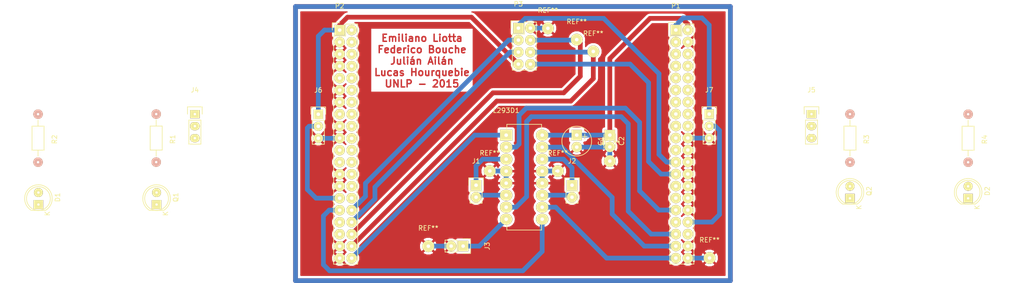
<source format=kicad_pcb>
(kicad_pcb (version 4) (host pcbnew 4.0.0-2.201511301920+6191~38~ubuntu14.04.1-stable)

  (general
    (links 89)
    (no_connects 28)
    (area 36.47 57.285 253.140001 117.750002)
    (thickness 1.6)
    (drawings 1)
    (tracks 155)
    (zones 0)
    (modules 30)
    (nets 60)
  )

  (page A4)
  (layers
    (0 F.Cu power)
    (31 B.Cu signal)
    (32 B.Adhes user)
    (33 F.Adhes user)
    (34 B.Paste user)
    (35 F.Paste user)
    (36 B.SilkS user)
    (37 F.SilkS user)
    (38 B.Mask user)
    (39 F.Mask user)
    (40 Dwgs.User user)
    (41 Cmts.User user)
    (42 Eco1.User user)
    (43 Eco2.User user)
    (44 Edge.Cuts user)
    (45 Margin user)
    (46 B.CrtYd user)
    (47 F.CrtYd user)
    (48 B.Fab user)
    (49 F.Fab user)
  )

  (setup
    (last_trace_width 1)
    (trace_clearance 0.25)
    (zone_clearance 0.508)
    (zone_45_only yes)
    (trace_min 0.2)
    (segment_width 0.2)
    (edge_width 0.1)
    (via_size 0.6)
    (via_drill 0.4)
    (via_min_size 0.5)
    (via_min_drill 0.3)
    (uvia_size 0.3)
    (uvia_drill 0.1)
    (uvias_allowed no)
    (uvia_min_size 0.2)
    (uvia_min_drill 0.1)
    (pcb_text_width 0.3)
    (pcb_text_size 1.5 1.5)
    (mod_edge_width 0.15)
    (mod_text_size 1 1)
    (mod_text_width 0.15)
    (pad_size 2.49936 2.49936)
    (pad_drill 0.75)
    (pad_to_mask_clearance 0)
    (aux_axis_origin 0 0)
    (visible_elements FFFFFF7F)
    (pcbplotparams
      (layerselection 0x00000_80000000)
      (usegerberextensions false)
      (excludeedgelayer true)
      (linewidth 0.100000)
      (plotframeref false)
      (viasonmask false)
      (mode 1)
      (useauxorigin false)
      (hpglpennumber 1)
      (hpglpenspeed 20)
      (hpglpendiameter 15)
      (hpglpenoverlay 2)
      (psnegative false)
      (psa4output false)
      (plotreference true)
      (plotvalue true)
      (plotinvisibletext false)
      (padsonsilk false)
      (subtractmaskfromsilk false)
      (outputformat 4)
      (mirror false)
      (drillshape 2)
      (scaleselection 1)
      (outputdirectory /home/julian/Desktop/plot/))
  )

  (net 0 "")
  (net 1 /GPIO1)
  (net 2 /TEC_COL1)
  (net 3 /ENG0_OUT0)
  (net 4 GND)
  (net 5 /ENG0_OUT1)
  (net 6 /TEC_F3)
  (net 7 /GPIO2)
  (net 8 /TEC_COL0)
  (net 9 /ENG1_OUT1)
  (net 10 /ENG1_OUT0)
  (net 11 /TEC_F2)
  (net 12 +5V)
  (net 13 +3V3)
  (net 14 /RESET)
  (net 15 /ISP)
  (net 16 /WAKEUP)
  (net 17 GNDA)
  (net 18 /ADC0_3)
  (net 19 /ADC0_2)
  (net 20 /ADC0_1)
  (net 21 /DAC)
  (net 22 /VDD_A)
  (net 23 /I2C_SDA)
  (net 24 /I2C_SCL)
  (net 25 /RS232_RXD)
  (net 26 /RS232_TXD)
  (net 27 /CAN_RD)
  (net 28 /CAN_TD)
  (net 29 /TEC_F0)
  (net 30 /TEC_COL2)
  (net 31 /TEC_F1)
  (net 32 /ENET_RXD1)
  (net 33 /ENET_TX_EN)
  (net 34 /ENET_MDC)
  (net 35 /ENET_RXD0)
  (net 36 /ENET_CRS_DV)
  (net 37 /ENET_MDIO)
  (net 38 /ENET_TXD0)
  (net 39 /ENET_REF_CLK)
  (net 40 /ENET_TXD1)
  (net 41 /SPI_MISO)
  (net 42 /SPI_SCK)
  (net 43 /SPI_MOSI)
  (net 44 /LCD4)
  (net 45 /LCD_EN)
  (net 46 /LCD_RS)
  (net 47 /LCD3)
  (net 48 /LCD2)
  (net 49 /GPIO0)
  (net 50 /LCD1)
  (net 51 /GPIO4)
  (net 52 /GPIO3)
  (net 53 /GPIO6)
  (net 54 /GPIO5)
  (net 55 /GPIO7)
  (net 56 /GPIO8)
  (net 57 /MOTOR_VCC)
  (net 58 "Net-(D1-Pad2)")
  (net 59 "Net-(D2-Pad2)")

  (net_class Default "This is the default net class."
    (clearance 0.25)
    (trace_width 1)
    (via_dia 0.6)
    (via_drill 0.4)
    (uvia_dia 0.3)
    (uvia_drill 0.1)
    (add_net +3V3)
    (add_net +5V)
    (add_net /ADC0_1)
    (add_net /ADC0_2)
    (add_net /ADC0_3)
    (add_net /CAN_RD)
    (add_net /CAN_TD)
    (add_net /DAC)
    (add_net /ENET_CRS_DV)
    (add_net /ENET_MDC)
    (add_net /ENET_MDIO)
    (add_net /ENET_REF_CLK)
    (add_net /ENET_RXD0)
    (add_net /ENET_RXD1)
    (add_net /ENET_TXD0)
    (add_net /ENET_TXD1)
    (add_net /ENET_TX_EN)
    (add_net /ENG0_OUT0)
    (add_net /ENG0_OUT1)
    (add_net /ENG1_OUT0)
    (add_net /ENG1_OUT1)
    (add_net /GPIO0)
    (add_net /GPIO1)
    (add_net /GPIO2)
    (add_net /GPIO3)
    (add_net /GPIO4)
    (add_net /GPIO5)
    (add_net /GPIO6)
    (add_net /GPIO7)
    (add_net /GPIO8)
    (add_net /I2C_SCL)
    (add_net /I2C_SDA)
    (add_net /ISP)
    (add_net /LCD1)
    (add_net /LCD2)
    (add_net /LCD3)
    (add_net /LCD4)
    (add_net /LCD_EN)
    (add_net /LCD_RS)
    (add_net /MOTOR_VCC)
    (add_net /RESET)
    (add_net /RS232_RXD)
    (add_net /RS232_TXD)
    (add_net /SPI_MISO)
    (add_net /SPI_MOSI)
    (add_net /SPI_SCK)
    (add_net /TEC_COL0)
    (add_net /TEC_COL1)
    (add_net /TEC_COL2)
    (add_net /TEC_F0)
    (add_net /TEC_F1)
    (add_net /TEC_F2)
    (add_net /TEC_F3)
    (add_net /VDD_A)
    (add_net /WAKEUP)
    (add_net GND)
    (add_net GNDA)
    (add_net "Net-(D1-Pad2)")
    (add_net "Net-(D2-Pad2)")
  )

  (module LEDs:LED-5MM (layer F.Cu) (tedit 5644E19B) (tstamp 5641259A)
    (at 44.6 100.89 90)
    (descr "LED 5mm round vertical")
    (tags "LED 5mm round vertical")
    (path /564110B9)
    (fp_text reference D1 (at 1.524 4.064 90) (layer F.SilkS)
      (effects (font (size 1 1) (thickness 0.15)))
    )
    (fp_text value LED (at 1.524 -3.937 90) (layer F.Fab)
      (effects (font (size 1 1) (thickness 0.15)))
    )
    (fp_line (start -1.5 -1.55) (end -1.5 1.55) (layer F.CrtYd) (width 0.05))
    (fp_arc (start 1.3 0) (end -1.5 1.55) (angle -302) (layer F.CrtYd) (width 0.05))
    (fp_arc (start 1.27 0) (end -1.23 -1.5) (angle 297.5) (layer F.SilkS) (width 0.15))
    (fp_line (start -1.23 1.5) (end -1.23 -1.5) (layer F.SilkS) (width 0.15))
    (fp_circle (center 1.27 0) (end 0.97 -2.5) (layer F.SilkS) (width 0.15))
    (fp_text user K (at -1.905 1.905 90) (layer F.SilkS)
      (effects (font (size 1 1) (thickness 0.15)))
    )
    (pad 1 thru_hole rect (at 0 0 180) (size 2 1.9) (drill 0.5) (layers *.Cu *.Mask F.SilkS)
      (net 4 GND))
    (pad 2 thru_hole circle (at 2.54 0 90) (size 1.9 1.9) (drill 0.5) (layers *.Cu *.Mask F.SilkS)
      (net 58 "Net-(D1-Pad2)"))
    (model LEDs.3dshapes/LED-5MM.wrl
      (at (xyz 0.05 0 0))
      (scale (xyz 1 1 1))
      (rotate (xyz 0 0 90))
    )
  )

  (module Pin_Headers:Pin_Header_Straight_1x03 (layer F.Cu) (tedit 5644E14B) (tstamp 564125B8)
    (at 77.7 81.76)
    (descr "Through hole pin header")
    (tags "pin header")
    (path /5641386D)
    (fp_text reference J4 (at 0 -5.1) (layer F.SilkS)
      (effects (font (size 1 1) (thickness 0.15)))
    )
    (fp_text value TB_1X3 (at 0 -3.1) (layer F.Fab)
      (effects (font (size 1 1) (thickness 0.15)))
    )
    (fp_line (start -1.75 -1.75) (end -1.75 6.85) (layer F.CrtYd) (width 0.05))
    (fp_line (start 1.75 -1.75) (end 1.75 6.85) (layer F.CrtYd) (width 0.05))
    (fp_line (start -1.75 -1.75) (end 1.75 -1.75) (layer F.CrtYd) (width 0.05))
    (fp_line (start -1.75 6.85) (end 1.75 6.85) (layer F.CrtYd) (width 0.05))
    (fp_line (start -1.27 1.27) (end -1.27 6.35) (layer F.SilkS) (width 0.15))
    (fp_line (start -1.27 6.35) (end 1.27 6.35) (layer F.SilkS) (width 0.15))
    (fp_line (start 1.27 6.35) (end 1.27 1.27) (layer F.SilkS) (width 0.15))
    (fp_line (start 1.55 -1.55) (end 1.55 0) (layer F.SilkS) (width 0.15))
    (fp_line (start 1.27 1.27) (end -1.27 1.27) (layer F.SilkS) (width 0.15))
    (fp_line (start -1.55 0) (end -1.55 -1.55) (layer F.SilkS) (width 0.15))
    (fp_line (start -1.55 -1.55) (end 1.55 -1.55) (layer F.SilkS) (width 0.15))
    (pad 1 thru_hole rect (at 0 0) (size 2.032 1.7272) (drill 0.5) (layers *.Cu *.Mask F.SilkS)
      (net 13 +3V3))
    (pad 2 thru_hole oval (at 0 2.54) (size 2.032 1.7272) (drill 0.5) (layers *.Cu *.Mask F.SilkS)
      (net 49 /GPIO0))
    (pad 3 thru_hole oval (at 0 5.08) (size 2.032 1.7272) (drill 0.5) (layers *.Cu *.Mask F.SilkS)
      (net 4 GND))
    (model Pin_Headers.3dshapes/Pin_Header_Straight_1x03.wrl
      (at (xyz 0 -0.1 0))
      (scale (xyz 1 1 1))
      (rotate (xyz 0 0 90))
    )
  )

  (module Resistors_ThroughHole:Resistor_Horizontal_RM10mm (layer F.Cu) (tedit 5644E0FF) (tstamp 564125EE)
    (at 69.52 86.83 270)
    (descr "Resistor, Axial,  RM 10mm, 1/3W,")
    (tags "Resistor, Axial, RM 10mm, 1/3W,")
    (path /56410BD7)
    (fp_text reference R1 (at 0.24892 -3.50012 270) (layer F.SilkS)
      (effects (font (size 1 1) (thickness 0.15)))
    )
    (fp_text value 4700 (at 3.81 3.81 270) (layer F.Fab)
      (effects (font (size 1 1) (thickness 0.15)))
    )
    (fp_line (start -2.54 -1.27) (end 2.54 -1.27) (layer F.SilkS) (width 0.15))
    (fp_line (start 2.54 -1.27) (end 2.54 1.27) (layer F.SilkS) (width 0.15))
    (fp_line (start 2.54 1.27) (end -2.54 1.27) (layer F.SilkS) (width 0.15))
    (fp_line (start -2.54 1.27) (end -2.54 -1.27) (layer F.SilkS) (width 0.15))
    (fp_line (start -2.54 0) (end -3.81 0) (layer F.SilkS) (width 0.15))
    (fp_line (start 2.54 0) (end 3.81 0) (layer F.SilkS) (width 0.15))
    (pad 1 thru_hole circle (at -5.08 0 270) (size 1.99898 1.99898) (drill 0.5) (layers *.Cu *.SilkS *.Mask)
      (net 13 +3V3))
    (pad 2 thru_hole circle (at 5.08 0 270) (size 1.99898 1.99898) (drill 0.5) (layers *.Cu *.SilkS *.Mask)
      (net 49 /GPIO0))
    (model Resistors_ThroughHole.3dshapes/Resistor_Horizontal_RM10mm.wrl
      (at (xyz 0 0 0))
      (scale (xyz 0.4 0.4 0.4))
      (rotate (xyz 0 0 0))
    )
  )

  (module Resistors_ThroughHole:Resistor_Horizontal_RM10mm (layer F.Cu) (tedit 5644E17D) (tstamp 564125FA)
    (at 44.52 86.85 270)
    (descr "Resistor, Axial,  RM 10mm, 1/3W,")
    (tags "Resistor, Axial, RM 10mm, 1/3W,")
    (path /56410C30)
    (fp_text reference R2 (at 0.24892 -3.50012 270) (layer F.SilkS)
      (effects (font (size 1 1) (thickness 0.15)))
    )
    (fp_text value 100 (at 3.81 3.81 270) (layer F.Fab)
      (effects (font (size 1 1) (thickness 0.15)))
    )
    (fp_line (start -2.54 -1.27) (end 2.54 -1.27) (layer F.SilkS) (width 0.15))
    (fp_line (start 2.54 -1.27) (end 2.54 1.27) (layer F.SilkS) (width 0.15))
    (fp_line (start 2.54 1.27) (end -2.54 1.27) (layer F.SilkS) (width 0.15))
    (fp_line (start -2.54 1.27) (end -2.54 -1.27) (layer F.SilkS) (width 0.15))
    (fp_line (start -2.54 0) (end -3.81 0) (layer F.SilkS) (width 0.15))
    (fp_line (start 2.54 0) (end 3.81 0) (layer F.SilkS) (width 0.15))
    (pad 1 thru_hole circle (at -5.08 0 270) (size 1.99898 1.99898) (drill 0.5) (layers *.Cu *.SilkS *.Mask)
      (net 13 +3V3))
    (pad 2 thru_hole circle (at 5.08 0 270) (size 1.99898 1.99898) (drill 0.5) (layers *.Cu *.SilkS *.Mask)
      (net 58 "Net-(D1-Pad2)"))
    (model Resistors_ThroughHole.3dshapes/Resistor_Horizontal_RM10mm.wrl
      (at (xyz 0 0 0))
      (scale (xyz 0.4 0.4 0.4))
      (rotate (xyz 0 0 0))
    )
  )

  (module LEDs:LED-5MM (layer F.Cu) (tedit 5644E169) (tstamp 5641541E)
    (at 69.6 100.89 90)
    (descr "LED 5mm round vertical")
    (tags "LED 5mm round vertical")
    (path /564122E9)
    (fp_text reference Q1 (at 1.524 4.064 90) (layer F.SilkS)
      (effects (font (size 1 1) (thickness 0.15)))
    )
    (fp_text value NPN-PHOTO-2 (at 1.524 -3.937 90) (layer F.Fab)
      (effects (font (size 1 1) (thickness 0.15)))
    )
    (fp_line (start -1.5 -1.55) (end -1.5 1.55) (layer F.CrtYd) (width 0.05))
    (fp_arc (start 1.3 0) (end -1.5 1.55) (angle -302) (layer F.CrtYd) (width 0.05))
    (fp_arc (start 1.27 0) (end -1.23 -1.5) (angle 297.5) (layer F.SilkS) (width 0.15))
    (fp_line (start -1.23 1.5) (end -1.23 -1.5) (layer F.SilkS) (width 0.15))
    (fp_circle (center 1.27 0) (end 0.97 -2.5) (layer F.SilkS) (width 0.15))
    (fp_text user K (at -1.905 1.905 90) (layer F.SilkS)
      (effects (font (size 1 1) (thickness 0.15)))
    )
    (pad 1 thru_hole rect (at 0 0 180) (size 2 1.9) (drill 0.5) (layers *.Cu *.Mask F.SilkS)
      (net 4 GND))
    (pad 2 thru_hole circle (at 2.54 0 90) (size 1.9 1.9) (drill 0.5) (layers *.Cu *.Mask F.SilkS)
      (net 49 /GPIO0))
    (model LEDs.3dshapes/LED-5MM.wrl
      (at (xyz 0.05 0 0))
      (scale (xyz 1 1 1))
      (rotate (xyz 0 0 90))
    )
  )

  (module LEDs:LED-5MM (layer F.Cu) (tedit 5644E246) (tstamp 564125A6)
    (at 241.31 99.57 90)
    (descr "LED 5mm round vertical")
    (tags "LED 5mm round vertical")
    (path /5641110C)
    (fp_text reference D2 (at 1.524 4.064 90) (layer F.SilkS)
      (effects (font (size 1 1) (thickness 0.15)))
    )
    (fp_text value LED (at 1.524 -3.937 90) (layer F.Fab)
      (effects (font (size 1 1) (thickness 0.15)))
    )
    (fp_line (start -1.5 -1.55) (end -1.5 1.55) (layer F.CrtYd) (width 0.05))
    (fp_arc (start 1.3 0) (end -1.5 1.55) (angle -302) (layer F.CrtYd) (width 0.05))
    (fp_arc (start 1.27 0) (end -1.23 -1.5) (angle 297.5) (layer F.SilkS) (width 0.15))
    (fp_line (start -1.23 1.5) (end -1.23 -1.5) (layer F.SilkS) (width 0.15))
    (fp_circle (center 1.27 0) (end 0.97 -2.5) (layer F.SilkS) (width 0.15))
    (fp_text user K (at -1.905 1.905 90) (layer F.SilkS)
      (effects (font (size 1 1) (thickness 0.15)))
    )
    (pad 1 thru_hole rect (at 0 0 180) (size 2 1.9) (drill 0.5) (layers *.Cu *.Mask F.SilkS)
      (net 4 GND))
    (pad 2 thru_hole circle (at 2.54 0 90) (size 1.9 1.9) (drill 0.5) (layers *.Cu *.Mask F.SilkS)
      (net 59 "Net-(D2-Pad2)"))
    (model LEDs.3dshapes/LED-5MM.wrl
      (at (xyz 0.05 0 0))
      (scale (xyz 1 1 1))
      (rotate (xyz 0 0 90))
    )
  )

  (module Pin_Headers:Pin_Header_Straight_1x03 (layer F.Cu) (tedit 5644E1D6) (tstamp 564125CA)
    (at 208.17 81.75)
    (descr "Through hole pin header")
    (tags "pin header")
    (path /564138B6)
    (fp_text reference J5 (at 0 -5.1) (layer F.SilkS)
      (effects (font (size 1 1) (thickness 0.15)))
    )
    (fp_text value TB_1X3 (at 0 -3.1) (layer F.Fab)
      (effects (font (size 1 1) (thickness 0.15)))
    )
    (fp_line (start -1.75 -1.75) (end -1.75 6.85) (layer F.CrtYd) (width 0.05))
    (fp_line (start 1.75 -1.75) (end 1.75 6.85) (layer F.CrtYd) (width 0.05))
    (fp_line (start -1.75 -1.75) (end 1.75 -1.75) (layer F.CrtYd) (width 0.05))
    (fp_line (start -1.75 6.85) (end 1.75 6.85) (layer F.CrtYd) (width 0.05))
    (fp_line (start -1.27 1.27) (end -1.27 6.35) (layer F.SilkS) (width 0.15))
    (fp_line (start -1.27 6.35) (end 1.27 6.35) (layer F.SilkS) (width 0.15))
    (fp_line (start 1.27 6.35) (end 1.27 1.27) (layer F.SilkS) (width 0.15))
    (fp_line (start 1.55 -1.55) (end 1.55 0) (layer F.SilkS) (width 0.15))
    (fp_line (start 1.27 1.27) (end -1.27 1.27) (layer F.SilkS) (width 0.15))
    (fp_line (start -1.55 0) (end -1.55 -1.55) (layer F.SilkS) (width 0.15))
    (fp_line (start -1.55 -1.55) (end 1.55 -1.55) (layer F.SilkS) (width 0.15))
    (pad 1 thru_hole rect (at 0 0) (size 2.032 1.7272) (drill 0.5) (layers *.Cu *.Mask F.SilkS)
      (net 13 +3V3))
    (pad 2 thru_hole oval (at 0 2.54) (size 2.032 1.7272) (drill 0.5) (layers *.Cu *.Mask F.SilkS)
      (net 30 /TEC_COL2))
    (pad 3 thru_hole oval (at 0 5.08) (size 2.032 1.7272) (drill 0.5) (layers *.Cu *.Mask F.SilkS)
      (net 4 GND))
    (model Pin_Headers.3dshapes/Pin_Header_Straight_1x03.wrl
      (at (xyz 0 -0.1 0))
      (scale (xyz 1 1 1))
      (rotate (xyz 0 0 90))
    )
  )

  (module Resistors_ThroughHole:Resistor_Horizontal_RM10mm (layer F.Cu) (tedit 5644E1F8) (tstamp 56412606)
    (at 216.31 86.84 270)
    (descr "Resistor, Axial,  RM 10mm, 1/3W,")
    (tags "Resistor, Axial, RM 10mm, 1/3W,")
    (path /56410C54)
    (fp_text reference R3 (at 0.24892 -3.50012 270) (layer F.SilkS)
      (effects (font (size 1 1) (thickness 0.15)))
    )
    (fp_text value 4700 (at 3.81 3.81 270) (layer F.Fab)
      (effects (font (size 1 1) (thickness 0.15)))
    )
    (fp_line (start -2.54 -1.27) (end 2.54 -1.27) (layer F.SilkS) (width 0.15))
    (fp_line (start 2.54 -1.27) (end 2.54 1.27) (layer F.SilkS) (width 0.15))
    (fp_line (start 2.54 1.27) (end -2.54 1.27) (layer F.SilkS) (width 0.15))
    (fp_line (start -2.54 1.27) (end -2.54 -1.27) (layer F.SilkS) (width 0.15))
    (fp_line (start -2.54 0) (end -3.81 0) (layer F.SilkS) (width 0.15))
    (fp_line (start 2.54 0) (end 3.81 0) (layer F.SilkS) (width 0.15))
    (pad 1 thru_hole circle (at -5.08 0 270) (size 1.99898 1.99898) (drill 0.5) (layers *.Cu *.SilkS *.Mask)
      (net 13 +3V3))
    (pad 2 thru_hole circle (at 5.08 0 270) (size 1.99898 1.99898) (drill 0.5) (layers *.Cu *.SilkS *.Mask)
      (net 30 /TEC_COL2))
    (model Resistors_ThroughHole.3dshapes/Resistor_Horizontal_RM10mm.wrl
      (at (xyz 0 0 0))
      (scale (xyz 0.4 0.4 0.4))
      (rotate (xyz 0 0 0))
    )
  )

  (module Resistors_ThroughHole:Resistor_Horizontal_RM10mm (layer F.Cu) (tedit 5644E24F) (tstamp 56412612)
    (at 241.31 86.86 270)
    (descr "Resistor, Axial,  RM 10mm, 1/3W,")
    (tags "Resistor, Axial, RM 10mm, 1/3W,")
    (path /56410C79)
    (fp_text reference R4 (at 0.24892 -3.50012 270) (layer F.SilkS)
      (effects (font (size 1 1) (thickness 0.15)))
    )
    (fp_text value 100 (at 3.81 3.81 270) (layer F.Fab)
      (effects (font (size 1 1) (thickness 0.15)))
    )
    (fp_line (start -2.54 -1.27) (end 2.54 -1.27) (layer F.SilkS) (width 0.15))
    (fp_line (start 2.54 -1.27) (end 2.54 1.27) (layer F.SilkS) (width 0.15))
    (fp_line (start 2.54 1.27) (end -2.54 1.27) (layer F.SilkS) (width 0.15))
    (fp_line (start -2.54 1.27) (end -2.54 -1.27) (layer F.SilkS) (width 0.15))
    (fp_line (start -2.54 0) (end -3.81 0) (layer F.SilkS) (width 0.15))
    (fp_line (start 2.54 0) (end 3.81 0) (layer F.SilkS) (width 0.15))
    (pad 1 thru_hole circle (at -5.08 0 270) (size 1.99898 1.99898) (drill 0.5) (layers *.Cu *.SilkS *.Mask)
      (net 13 +3V3))
    (pad 2 thru_hole circle (at 5.08 0 270) (size 1.99898 1.99898) (drill 0.5) (layers *.Cu *.SilkS *.Mask)
      (net 59 "Net-(D2-Pad2)"))
    (model Resistors_ThroughHole.3dshapes/Resistor_Horizontal_RM10mm.wrl
      (at (xyz 0 0 0))
      (scale (xyz 0.4 0.4 0.4))
      (rotate (xyz 0 0 0))
    )
  )

  (module LEDs:LED-5MM (layer F.Cu) (tedit 5644E20A) (tstamp 5641542A)
    (at 216.31 99.57 90)
    (descr "LED 5mm round vertical")
    (tags "LED 5mm round vertical")
    (path /564122A6)
    (fp_text reference Q2 (at 1.524 4.064 90) (layer F.SilkS)
      (effects (font (size 1 1) (thickness 0.15)))
    )
    (fp_text value NPN-PHOTO-2 (at 1.524 -3.937 90) (layer F.Fab)
      (effects (font (size 1 1) (thickness 0.15)))
    )
    (fp_line (start -1.5 -1.55) (end -1.5 1.55) (layer F.CrtYd) (width 0.05))
    (fp_arc (start 1.3 0) (end -1.5 1.55) (angle -302) (layer F.CrtYd) (width 0.05))
    (fp_arc (start 1.27 0) (end -1.23 -1.5) (angle 297.5) (layer F.SilkS) (width 0.15))
    (fp_line (start -1.23 1.5) (end -1.23 -1.5) (layer F.SilkS) (width 0.15))
    (fp_circle (center 1.27 0) (end 0.97 -2.5) (layer F.SilkS) (width 0.15))
    (fp_text user K (at -1.905 1.905 90) (layer F.SilkS)
      (effects (font (size 1 1) (thickness 0.15)))
    )
    (pad 1 thru_hole rect (at 0 0 180) (size 2 1.9) (drill 0.5) (layers *.Cu *.Mask F.SilkS)
      (net 4 GND))
    (pad 2 thru_hole circle (at 2.54 0 90) (size 1.9 1.9) (drill 0.5) (layers *.Cu *.Mask F.SilkS)
      (net 30 /TEC_COL2))
    (model LEDs.3dshapes/LED-5MM.wrl
      (at (xyz 0.05 0 0))
      (scale (xyz 1 1 1))
      (rotate (xyz 0 0 90))
    )
  )

  (module Housings_DIP:DIP-16_W7.62mm_LongPads (layer F.Cu) (tedit 565F8810) (tstamp 56132089)
    (at 143.568 86.21)
    (descr "16-lead dip package, row spacing 7.62 mm (300 mils), longer pads")
    (tags "dil dip 2.54 300")
    (path /560AA651)
    (fp_text reference L293D1 (at 0 -5.22) (layer F.SilkS)
      (effects (font (size 1 1) (thickness 0.15)))
    )
    (fp_text value L293D (at 0 -3.72) (layer F.Fab)
      (effects (font (size 1 1) (thickness 0.15)))
    )
    (fp_line (start -1.4 -2.45) (end -1.4 20.25) (layer F.CrtYd) (width 0.05))
    (fp_line (start 9 -2.45) (end 9 20.25) (layer F.CrtYd) (width 0.05))
    (fp_line (start -1.4 -2.45) (end 9 -2.45) (layer F.CrtYd) (width 0.05))
    (fp_line (start -1.4 20.25) (end 9 20.25) (layer F.CrtYd) (width 0.05))
    (fp_line (start 0.135 -2.295) (end 0.135 -1.025) (layer F.SilkS) (width 0.15))
    (fp_line (start 7.485 -2.295) (end 7.485 -1.025) (layer F.SilkS) (width 0.15))
    (fp_line (start 7.485 20.075) (end 7.485 18.805) (layer F.SilkS) (width 0.15))
    (fp_line (start 0.135 20.075) (end 0.135 18.805) (layer F.SilkS) (width 0.15))
    (fp_line (start 0.135 -2.295) (end 7.485 -2.295) (layer F.SilkS) (width 0.15))
    (fp_line (start 0.135 20.075) (end 7.485 20.075) (layer F.SilkS) (width 0.15))
    (fp_line (start 0.135 -1.025) (end -1.15 -1.025) (layer F.SilkS) (width 0.15))
    (pad 1 thru_hole rect (at 0 0) (size 2.6 2.3) (drill 0.75) (layers *.Cu *.Mask F.SilkS)
      (net 56 /GPIO8))
    (pad 2 thru_hole oval (at 0 2.54) (size 2.6 2.3) (drill 0.75) (layers *.Cu *.Mask F.SilkS)
      (net 2 /TEC_COL1))
    (pad 3 thru_hole oval (at 0 5.08) (size 2.6 2.3) (drill 0.75) (layers *.Cu *.Mask F.SilkS)
      (net 3 /ENG0_OUT0))
    (pad 4 thru_hole oval (at 0 7.62) (size 2.6 2.3) (drill 0.75) (layers *.Cu *.Mask F.SilkS)
      (net 4 GND))
    (pad 5 thru_hole oval (at 0 10.16) (size 2.6 2.3) (drill 0.75) (layers *.Cu *.Mask F.SilkS)
      (net 4 GND))
    (pad 6 thru_hole oval (at 0 12.7) (size 2.6 2.3) (drill 0.75) (layers *.Cu *.Mask F.SilkS)
      (net 5 /ENG0_OUT1))
    (pad 7 thru_hole oval (at 0 15.24) (size 2.6 2.3) (drill 0.75) (layers *.Cu *.Mask F.SilkS)
      (net 6 /TEC_F3))
    (pad 8 thru_hole oval (at 0 17.78) (size 2.6 2.3) (drill 0.75) (layers *.Cu *.Mask F.SilkS)
      (net 57 /MOTOR_VCC))
    (pad 9 thru_hole oval (at 7.62 17.78) (size 2.6 2.3) (drill 0.75) (layers *.Cu *.Mask F.SilkS)
      (net 7 /GPIO2))
    (pad 10 thru_hole oval (at 7.62 15.24) (size 2.6 2.3) (drill 0.75) (layers *.Cu *.Mask F.SilkS)
      (net 8 /TEC_COL0))
    (pad 11 thru_hole oval (at 7.62 12.7) (size 2.6 2.3) (drill 0.75) (layers *.Cu *.Mask F.SilkS)
      (net 9 /ENG1_OUT1))
    (pad 12 thru_hole oval (at 7.62 10.16) (size 2.6 2.3) (drill 0.75) (layers *.Cu *.Mask F.SilkS)
      (net 4 GND))
    (pad 13 thru_hole oval (at 7.62 7.62) (size 2.6 2.3) (drill 0.75) (layers *.Cu *.Mask F.SilkS)
      (net 4 GND))
    (pad 14 thru_hole oval (at 7.62 5.08) (size 2.6 2.3) (drill 0.75) (layers *.Cu *.Mask F.SilkS)
      (net 10 /ENG1_OUT0))
    (pad 15 thru_hole oval (at 7.62 2.54) (size 2.6 2.3) (drill 0.75) (layers *.Cu *.Mask F.SilkS)
      (net 11 /TEC_F2))
    (pad 16 thru_hole oval (at 7.62 0) (size 2.6 2.3) (drill 0.75) (layers *.Cu *.Mask F.SilkS)
      (net 12 +5V))
    (model Housings_DIP.3dshapes/DIP-16_W7.62mm_LongPads.wrl
      (at (xyz 0 0 0))
      (scale (xyz 1 1 1))
      (rotate (xyz 0 0 0))
    )
  )

  (module Pin_Headers:Pin_Header_Straight_2x20 (layer F.Cu) (tedit 565F8792) (tstamp 561320C1)
    (at 179.465 63.96)
    (descr "Through hole pin header")
    (tags "pin header")
    (path /5398AC24)
    (fp_text reference P1 (at 0 -5.1) (layer F.SilkS)
      (effects (font (size 1 1) (thickness 0.15)))
    )
    (fp_text value CONN_20X2 (at 0 -3.1) (layer F.Fab)
      (effects (font (size 1 1) (thickness 0.15)))
    )
    (fp_line (start -1.75 -1.75) (end -1.75 50.05) (layer F.CrtYd) (width 0.05))
    (fp_line (start 4.3 -1.75) (end 4.3 50.05) (layer F.CrtYd) (width 0.05))
    (fp_line (start -1.75 -1.75) (end 4.3 -1.75) (layer F.CrtYd) (width 0.05))
    (fp_line (start -1.75 50.05) (end 4.3 50.05) (layer F.CrtYd) (width 0.05))
    (fp_line (start 3.81 49.53) (end 3.81 -1.27) (layer F.SilkS) (width 0.15))
    (fp_line (start -1.27 1.27) (end -1.27 49.53) (layer F.SilkS) (width 0.15))
    (fp_line (start 3.81 49.53) (end -1.27 49.53) (layer F.SilkS) (width 0.15))
    (fp_line (start 3.81 -1.27) (end 1.27 -1.27) (layer F.SilkS) (width 0.15))
    (fp_line (start 0 -1.55) (end -1.55 -1.55) (layer F.SilkS) (width 0.15))
    (fp_line (start 1.27 -1.27) (end 1.27 1.27) (layer F.SilkS) (width 0.15))
    (fp_line (start 1.27 1.27) (end -1.27 1.27) (layer F.SilkS) (width 0.15))
    (fp_line (start -1.55 -1.55) (end -1.55 0) (layer F.SilkS) (width 0.15))
    (pad 1 thru_hole rect (at 0 0) (size 2.2 2.2) (drill 0.75) (layers *.Cu *.Mask F.SilkS)
      (net 13 +3V3))
    (pad 2 thru_hole circle (at 2.54 0) (size 2.2 2.2) (drill 0.75) (layers *.Cu *.Mask F.SilkS)
      (net 12 +5V))
    (pad 3 thru_hole circle (at 0 2.54) (size 2.2 2.2) (drill 0.75) (layers *.Cu *.Mask F.SilkS)
      (net 14 /RESET))
    (pad 4 thru_hole circle (at 2.54 2.54) (size 2.2 2.2) (drill 0.75) (layers *.Cu *.Mask F.SilkS)
      (net 4 GND))
    (pad 5 thru_hole circle (at 0 5.08) (size 2.2 2.2) (drill 0.75) (layers *.Cu *.Mask F.SilkS)
      (net 15 /ISP))
    (pad 6 thru_hole circle (at 2.54 5.08) (size 2.2 2.2) (drill 0.75) (layers *.Cu *.Mask F.SilkS)
      (net 16 /WAKEUP))
    (pad 7 thru_hole circle (at 0 7.62) (size 2.2 2.2) (drill 0.75) (layers *.Cu *.Mask F.SilkS)
      (net 17 GNDA))
    (pad 8 thru_hole circle (at 2.54 7.62) (size 2.2 2.2) (drill 0.75) (layers *.Cu *.Mask F.SilkS)
      (net 17 GNDA))
    (pad 9 thru_hole circle (at 0 10.16) (size 2.2 2.2) (drill 0.75) (layers *.Cu *.Mask F.SilkS)
      (net 18 /ADC0_3))
    (pad 10 thru_hole circle (at 2.54 10.16) (size 2.2 2.2) (drill 0.75) (layers *.Cu *.Mask F.SilkS)
      (net 17 GNDA))
    (pad 11 thru_hole circle (at 0 12.7) (size 2.2 2.2) (drill 0.75) (layers *.Cu *.Mask F.SilkS)
      (net 19 /ADC0_2))
    (pad 12 thru_hole circle (at 2.54 12.7) (size 2.2 2.2) (drill 0.75) (layers *.Cu *.Mask F.SilkS)
      (net 17 GNDA))
    (pad 13 thru_hole circle (at 0 15.24) (size 2.2 2.2) (drill 0.75) (layers *.Cu *.Mask F.SilkS)
      (net 20 /ADC0_1))
    (pad 14 thru_hole circle (at 2.54 15.24) (size 2.2 2.2) (drill 0.75) (layers *.Cu *.Mask F.SilkS)
      (net 17 GNDA))
    (pad 15 thru_hole circle (at 0 17.78) (size 2.2 2.2) (drill 0.75) (layers *.Cu *.Mask F.SilkS)
      (net 21 /DAC))
    (pad 16 thru_hole circle (at 2.54 17.78) (size 2.2 2.2) (drill 0.75) (layers *.Cu *.Mask F.SilkS)
      (net 17 GNDA))
    (pad 17 thru_hole circle (at 0 20.32) (size 2.2 2.2) (drill 0.75) (layers *.Cu *.Mask F.SilkS)
      (net 22 /VDD_A))
    (pad 18 thru_hole circle (at 2.54 20.32) (size 2.2 2.2) (drill 0.75) (layers *.Cu *.Mask F.SilkS)
      (net 17 GNDA))
    (pad 19 thru_hole circle (at 0 22.86) (size 2.2 2.2) (drill 0.75) (layers *.Cu *.Mask F.SilkS)
      (net 23 /I2C_SDA))
    (pad 20 thru_hole circle (at 2.54 22.86) (size 2.2 2.2) (drill 0.75) (layers *.Cu *.Mask F.SilkS)
      (net 4 GND))
    (pad 21 thru_hole circle (at 0 25.4) (size 2.2 2.2) (drill 0.75) (layers *.Cu *.Mask F.SilkS)
      (net 24 /I2C_SCL))
    (pad 22 thru_hole circle (at 2.54 25.4) (size 2.2 2.2) (drill 0.75) (layers *.Cu *.Mask F.SilkS)
      (net 4 GND))
    (pad 23 thru_hole circle (at 0 27.94) (size 2.2 2.2) (drill 0.75) (layers *.Cu *.Mask F.SilkS)
      (net 25 /RS232_RXD))
    (pad 24 thru_hole circle (at 2.54 27.94) (size 2.2 2.2) (drill 0.75) (layers *.Cu *.Mask F.SilkS)
      (net 4 GND))
    (pad 25 thru_hole circle (at 0 30.48) (size 2.2 2.2) (drill 0.75) (layers *.Cu *.Mask F.SilkS)
      (net 26 /RS232_TXD))
    (pad 26 thru_hole circle (at 2.54 30.48) (size 2.2 2.2) (drill 0.75) (layers *.Cu *.Mask F.SilkS)
      (net 4 GND))
    (pad 27 thru_hole circle (at 0 33.02) (size 2.2 2.2) (drill 0.75) (layers *.Cu *.Mask F.SilkS)
      (net 27 /CAN_RD))
    (pad 28 thru_hole circle (at 2.54 33.02) (size 2.2 2.2) (drill 0.75) (layers *.Cu *.Mask F.SilkS)
      (net 4 GND))
    (pad 29 thru_hole circle (at 0 35.56) (size 2.2 2.2) (drill 0.75) (layers *.Cu *.Mask F.SilkS)
      (net 28 /CAN_TD))
    (pad 30 thru_hole circle (at 2.54 35.56) (size 2.2 2.2) (drill 0.75) (layers *.Cu *.Mask F.SilkS)
      (net 4 GND))
    (pad 31 thru_hole circle (at 0 38.1) (size 2.2 2.2) (drill 0.75) (layers *.Cu *.Mask F.SilkS)
      (net 2 /TEC_COL1))
    (pad 32 thru_hole circle (at 2.54 38.1) (size 2.2 2.2) (drill 0.75) (layers *.Cu *.Mask F.SilkS)
      (net 4 GND))
    (pad 33 thru_hole circle (at 0 40.64) (size 2.2 2.2) (drill 0.75) (layers *.Cu *.Mask F.SilkS)
      (net 29 /TEC_F0))
    (pad 34 thru_hole circle (at 2.54 40.64) (size 2.2 2.2) (drill 0.75) (layers *.Cu *.Mask F.SilkS)
      (net 30 /TEC_COL2))
    (pad 35 thru_hole circle (at 0 43.18) (size 2.2 2.2) (drill 0.75) (layers *.Cu *.Mask F.SilkS)
      (net 6 /TEC_F3))
    (pad 36 thru_hole circle (at 2.54 43.18) (size 2.2 2.2) (drill 0.75) (layers *.Cu *.Mask F.SilkS)
      (net 31 /TEC_F1))
    (pad 37 thru_hole circle (at 0 45.72) (size 2.2 2.2) (drill 0.75) (layers *.Cu *.Mask F.SilkS)
      (net 11 /TEC_F2))
    (pad 38 thru_hole circle (at 2.54 45.72) (size 2.2 2.2) (drill 0.75) (layers *.Cu *.Mask F.SilkS)
      (net 4 GND))
    (pad 39 thru_hole circle (at 0 48.26) (size 2.2 2.2) (drill 0.75) (layers *.Cu *.Mask F.SilkS)
      (net 8 /TEC_COL0))
    (pad 40 thru_hole circle (at 2.54 48.26) (size 2.2 2.2) (drill 0.75) (layers *.Cu *.Mask F.SilkS)
      (net 4 GND))
    (model Pin_Headers.3dshapes/Pin_Header_Straight_2x20.wrl
      (at (xyz 0.05 -0.95 0))
      (scale (xyz 1 1 1))
      (rotate (xyz 0 0 90))
    )
  )

  (module Pin_Headers:Pin_Header_Straight_2x20 (layer F.Cu) (tedit 565F87AA) (tstamp 561320F9)
    (at 108.337 63.98)
    (descr "Through hole pin header")
    (tags "pin header")
    (path /5398AC33)
    (fp_text reference P2 (at 0 -5.1) (layer F.SilkS)
      (effects (font (size 1 1) (thickness 0.15)))
    )
    (fp_text value CONN_20X2 (at 0 -3.1) (layer F.Fab)
      (effects (font (size 1 1) (thickness 0.15)))
    )
    (fp_line (start -1.75 -1.75) (end -1.75 50.05) (layer F.CrtYd) (width 0.05))
    (fp_line (start 4.3 -1.75) (end 4.3 50.05) (layer F.CrtYd) (width 0.05))
    (fp_line (start -1.75 -1.75) (end 4.3 -1.75) (layer F.CrtYd) (width 0.05))
    (fp_line (start -1.75 50.05) (end 4.3 50.05) (layer F.CrtYd) (width 0.05))
    (fp_line (start 3.81 49.53) (end 3.81 -1.27) (layer F.SilkS) (width 0.15))
    (fp_line (start -1.27 1.27) (end -1.27 49.53) (layer F.SilkS) (width 0.15))
    (fp_line (start 3.81 49.53) (end -1.27 49.53) (layer F.SilkS) (width 0.15))
    (fp_line (start 3.81 -1.27) (end 1.27 -1.27) (layer F.SilkS) (width 0.15))
    (fp_line (start 0 -1.55) (end -1.55 -1.55) (layer F.SilkS) (width 0.15))
    (fp_line (start 1.27 -1.27) (end 1.27 1.27) (layer F.SilkS) (width 0.15))
    (fp_line (start 1.27 1.27) (end -1.27 1.27) (layer F.SilkS) (width 0.15))
    (fp_line (start -1.55 -1.55) (end -1.55 0) (layer F.SilkS) (width 0.15))
    (pad 1 thru_hole rect (at 0 0) (size 2.2 2.2) (drill 0.75) (layers *.Cu *.Mask F.SilkS)
      (net 13 +3V3))
    (pad 2 thru_hole circle (at 2.54 0) (size 2.2 2.2) (drill 0.75) (layers *.Cu *.Mask F.SilkS)
      (net 12 +5V))
    (pad 3 thru_hole circle (at 0 2.54) (size 2.2 2.2) (drill 0.75) (layers *.Cu *.Mask F.SilkS)
      (net 4 GND))
    (pad 4 thru_hole circle (at 2.54 2.54) (size 2.2 2.2) (drill 0.75) (layers *.Cu *.Mask F.SilkS)
      (net 32 /ENET_RXD1))
    (pad 5 thru_hole circle (at 0 5.08) (size 2.2 2.2) (drill 0.75) (layers *.Cu *.Mask F.SilkS)
      (net 4 GND))
    (pad 6 thru_hole circle (at 2.54 5.08) (size 2.2 2.2) (drill 0.75) (layers *.Cu *.Mask F.SilkS)
      (net 33 /ENET_TX_EN))
    (pad 7 thru_hole circle (at 0 7.62) (size 2.2 2.2) (drill 0.75) (layers *.Cu *.Mask F.SilkS)
      (net 4 GND))
    (pad 8 thru_hole circle (at 2.54 7.62) (size 2.2 2.2) (drill 0.75) (layers *.Cu *.Mask F.SilkS)
      (net 34 /ENET_MDC))
    (pad 9 thru_hole circle (at 0 10.16) (size 2.2 2.2) (drill 0.75) (layers *.Cu *.Mask F.SilkS)
      (net 35 /ENET_RXD0))
    (pad 10 thru_hole circle (at 2.54 10.16) (size 2.2 2.2) (drill 0.75) (layers *.Cu *.Mask F.SilkS)
      (net 36 /ENET_CRS_DV))
    (pad 11 thru_hole circle (at 0 12.7) (size 2.2 2.2) (drill 0.75) (layers *.Cu *.Mask F.SilkS)
      (net 4 GND))
    (pad 12 thru_hole circle (at 2.54 12.7) (size 2.2 2.2) (drill 0.75) (layers *.Cu *.Mask F.SilkS)
      (net 37 /ENET_MDIO))
    (pad 13 thru_hole circle (at 0 15.24) (size 2.2 2.2) (drill 0.75) (layers *.Cu *.Mask F.SilkS)
      (net 4 GND))
    (pad 14 thru_hole circle (at 2.54 15.24) (size 2.2 2.2) (drill 0.75) (layers *.Cu *.Mask F.SilkS)
      (net 38 /ENET_TXD0))
    (pad 15 thru_hole circle (at 0 17.78) (size 2.2 2.2) (drill 0.75) (layers *.Cu *.Mask F.SilkS)
      (net 39 /ENET_REF_CLK))
    (pad 16 thru_hole circle (at 2.54 17.78) (size 2.2 2.2) (drill 0.75) (layers *.Cu *.Mask F.SilkS)
      (net 40 /ENET_TXD1))
    (pad 17 thru_hole circle (at 0 20.32) (size 2.2 2.2) (drill 0.75) (layers *.Cu *.Mask F.SilkS)
      (net 4 GND))
    (pad 18 thru_hole circle (at 2.521 20.32) (size 2.2 2.2) (drill 0.75) (layers *.Cu *.Mask F.SilkS)
      (net 41 /SPI_MISO))
    (pad 19 thru_hole circle (at 0 22.86) (size 2.2 2.2) (drill 0.75) (layers *.Cu *.Mask F.SilkS)
      (net 4 GND))
    (pad 20 thru_hole circle (at 2.538 22.92) (size 2.2 2.2) (drill 0.75) (layers *.Cu *.Mask F.SilkS)
      (net 42 /SPI_SCK))
    (pad 21 thru_hole circle (at 0 25.4) (size 2.2 2.2) (drill 0.75) (layers *.Cu *.Mask F.SilkS)
      (net 43 /SPI_MOSI))
    (pad 22 thru_hole circle (at 2.54 25.4) (size 2.2 2.2) (drill 0.75) (layers *.Cu *.Mask F.SilkS)
      (net 44 /LCD4))
    (pad 23 thru_hole circle (at 0 27.94) (size 2.2 2.2) (drill 0.75) (layers *.Cu *.Mask F.SilkS)
      (net 45 /LCD_EN))
    (pad 24 thru_hole circle (at 2.54 27.94) (size 2.2 2.2) (drill 0.75) (layers *.Cu *.Mask F.SilkS)
      (net 46 /LCD_RS))
    (pad 25 thru_hole circle (at 0 30.48) (size 2.2 2.2) (drill 0.75) (layers *.Cu *.Mask F.SilkS)
      (net 4 GND))
    (pad 26 thru_hole circle (at 2.54 30.48) (size 2.2 2.2) (drill 0.75) (layers *.Cu *.Mask F.SilkS)
      (net 47 /LCD3))
    (pad 27 thru_hole circle (at 0 33.02) (size 2.2 2.2) (drill 0.75) (layers *.Cu *.Mask F.SilkS)
      (net 4 GND))
    (pad 28 thru_hole circle (at 2.54 33.02) (size 2.2 2.2) (drill 0.75) (layers *.Cu *.Mask F.SilkS)
      (net 48 /LCD2))
    (pad 29 thru_hole circle (at 0 35.56) (size 2.2 2.2) (drill 0.75) (layers *.Cu *.Mask F.SilkS)
      (net 49 /GPIO0))
    (pad 30 thru_hole circle (at 2.54 35.56) (size 2.2 2.2) (drill 0.75) (layers *.Cu *.Mask F.SilkS)
      (net 50 /LCD1))
    (pad 31 thru_hole circle (at 0 38.1) (size 2.2 2.2) (drill 0.75) (layers *.Cu *.Mask F.SilkS)
      (net 7 /GPIO2))
    (pad 32 thru_hole circle (at 2.54 38.1) (size 2.2 2.2) (drill 0.75) (layers *.Cu *.Mask F.SilkS)
      (net 1 /GPIO1))
    (pad 33 thru_hole circle (at 0 40.64) (size 2.2 2.2) (drill 0.75) (layers *.Cu *.Mask F.SilkS)
      (net 51 /GPIO4))
    (pad 34 thru_hole circle (at 2.54 40.64) (size 2.2 2.2) (drill 0.75) (layers *.Cu *.Mask F.SilkS)
      (net 52 /GPIO3))
    (pad 35 thru_hole circle (at 0 43.18) (size 2.2 2.2) (drill 0.75) (layers *.Cu *.Mask F.SilkS)
      (net 53 /GPIO6))
    (pad 36 thru_hole circle (at 2.54 43.18) (size 2.2 2.2) (drill 0.75) (layers *.Cu *.Mask F.SilkS)
      (net 54 /GPIO5))
    (pad 37 thru_hole circle (at 0 45.72) (size 2.2 2.2) (drill 0.75) (layers *.Cu *.Mask F.SilkS)
      (net 4 GND))
    (pad 38 thru_hole circle (at 2.54 45.72) (size 2.2 2.2) (drill 0.75) (layers *.Cu *.Mask F.SilkS)
      (net 55 /GPIO7))
    (pad 39 thru_hole circle (at 0 48.26) (size 2.2 2.2) (drill 0.75) (layers *.Cu *.Mask F.SilkS)
      (net 4 GND))
    (pad 40 thru_hole circle (at 2.54 48.26) (size 2.2 2.2) (drill 0.75) (layers *.Cu *.Mask F.SilkS)
      (net 56 /GPIO8))
    (model Pin_Headers.3dshapes/Pin_Header_Straight_2x20.wrl
      (at (xyz 0.05 -0.95 0))
      (scale (xyz 1 1 1))
      (rotate (xyz 0 0 90))
    )
  )

  (module Capacitors_Elko_ThroughHole:Elko_vert_11.2x6.3mm_RM2.5 (layer F.Cu) (tedit 565F8824) (tstamp 5616E83D)
    (at 158.5 86.2 270)
    (descr "Electrolytic Capacitor, vertical, diameter 6,3mm, RM 2,5mm, radial,")
    (tags "Electrolytic Capacitor, vertical, diameter 6,3mm, RM 2,5mm, Elko, Electrolytkondensator, Kondensator gepolt, Durchmesser 6,3mm, radial,")
    (path /5616E747)
    (fp_text reference C1 (at 1.27 -5.08 270) (layer F.SilkS)
      (effects (font (size 1 1) (thickness 0.15)))
    )
    (fp_text value CP (at 1.27 5.08 270) (layer F.Fab)
      (effects (font (size 1 1) (thickness 0.15)))
    )
    (fp_line (start 0.26924 -2.19964) (end 0.26924 -1.19888) (layer F.SilkS) (width 0.15))
    (fp_line (start -0.23114 -1.69926) (end 0.76962 -1.69926) (layer F.SilkS) (width 0.15))
    (fp_line (start 0.26924 -1.69926) (end 0.76962 -1.69926) (layer F.Cu) (width 0.15))
    (fp_line (start 0.26924 -1.69926) (end 0.26924 -2.19964) (layer F.Cu) (width 0.15))
    (fp_line (start -0.23114 -1.69926) (end 0.26924 -1.69926) (layer F.Cu) (width 0.15))
    (fp_line (start 0.26924 -1.69926) (end 0.26924 -1.30048) (layer F.Cu) (width 0.15))
    (fp_line (start 0.26924 -1.30048) (end 0.26924 -1.19888) (layer F.Cu) (width 0.15))
    (fp_circle (center 1.27 0) (end 4.4196 0) (layer F.SilkS) (width 0.15))
    (pad 2 thru_hole circle (at 2.54 0 270) (size 2.2 2.2) (drill 0.75) (layers *.Cu *.Mask F.SilkS)
      (net 4 GND))
    (pad 1 thru_hole rect (at 0 0 270) (size 2.2 2.2) (drill 0.75) (layers *.Cu *.Mask F.SilkS)
      (net 12 +5V))
    (model Capacitors_Elko_ThroughHole.3dshapes/Elko_vert_11.2x6.3mm_RM2.5.wrl
      (at (xyz 0 0 0))
      (scale (xyz 1 1 1))
      (rotate (xyz 0 0 0))
    )
  )

  (module Capacitors_ThroughHole:C_Disc_D3_P2.5 (layer F.Cu) (tedit 565F8835) (tstamp 5616E843)
    (at 165.5 86.2 270)
    (descr "Capacitor 3mm Disc, Pitch 2.5mm")
    (tags Capacitor)
    (path /5616E701)
    (fp_text reference C2 (at 1.25 -2.5 270) (layer F.SilkS)
      (effects (font (size 1 1) (thickness 0.15)))
    )
    (fp_text value C (at 1.25 2.5 270) (layer F.Fab)
      (effects (font (size 1 1) (thickness 0.15)))
    )
    (fp_line (start -0.9 -1.5) (end 3.4 -1.5) (layer F.CrtYd) (width 0.05))
    (fp_line (start 3.4 -1.5) (end 3.4 1.5) (layer F.CrtYd) (width 0.05))
    (fp_line (start 3.4 1.5) (end -0.9 1.5) (layer F.CrtYd) (width 0.05))
    (fp_line (start -0.9 1.5) (end -0.9 -1.5) (layer F.CrtYd) (width 0.05))
    (fp_line (start -0.25 -1.25) (end 2.75 -1.25) (layer F.SilkS) (width 0.15))
    (fp_line (start 2.75 1.25) (end -0.25 1.25) (layer F.SilkS) (width 0.15))
    (pad 1 thru_hole rect (at 0 0 270) (size 2.2 2.2) (drill 0.75) (layers *.Cu *.Mask F.SilkS)
      (net 12 +5V))
    (pad 2 thru_hole circle (at 2.5 0 270) (size 2.2 2.2) (drill 0.75) (layers *.Cu *.Mask F.SilkS)
      (net 4 GND))
    (model Capacitors_ThroughHole.3dshapes/C_Disc_D3_P2.5.wrl
      (at (xyz 0.0492126 0 0))
      (scale (xyz 1 1 1))
      (rotate (xyz 0 0 0))
    )
  )

  (module Pin_Headers:Pin_Header_Straight_1x02 (layer F.Cu) (tedit 565F8893) (tstamp 56170CE5)
    (at 137.2 96.8)
    (descr "Through hole pin header")
    (tags "pin header")
    (path /56175CA0)
    (fp_text reference J1 (at 0 -5.1) (layer F.SilkS)
      (effects (font (size 1 1) (thickness 0.15)))
    )
    (fp_text value TB_1X2 (at 0 -3.1) (layer F.Fab)
      (effects (font (size 1 1) (thickness 0.15)))
    )
    (fp_line (start 1.27 1.27) (end 1.27 3.81) (layer F.SilkS) (width 0.15))
    (fp_line (start 1.55 -1.55) (end 1.55 0) (layer F.SilkS) (width 0.15))
    (fp_line (start -1.75 -1.75) (end -1.75 4.3) (layer F.CrtYd) (width 0.05))
    (fp_line (start 1.75 -1.75) (end 1.75 4.3) (layer F.CrtYd) (width 0.05))
    (fp_line (start -1.75 -1.75) (end 1.75 -1.75) (layer F.CrtYd) (width 0.05))
    (fp_line (start -1.75 4.3) (end 1.75 4.3) (layer F.CrtYd) (width 0.05))
    (fp_line (start 1.27 1.27) (end -1.27 1.27) (layer F.SilkS) (width 0.15))
    (fp_line (start -1.55 0) (end -1.55 -1.55) (layer F.SilkS) (width 0.15))
    (fp_line (start -1.55 -1.55) (end 1.55 -1.55) (layer F.SilkS) (width 0.15))
    (fp_line (start -1.27 1.27) (end -1.27 3.81) (layer F.SilkS) (width 0.15))
    (fp_line (start -1.27 3.81) (end 1.27 3.81) (layer F.SilkS) (width 0.15))
    (pad 1 thru_hole rect (at 0 0) (size 2.2 2.2) (drill 0.75) (layers *.Cu *.Mask F.SilkS)
      (net 3 /ENG0_OUT0))
    (pad 2 thru_hole circle (at 0 2.54) (size 2.2 2.2) (drill 0.75) (layers *.Cu *.Mask F.SilkS)
      (net 5 /ENG0_OUT1))
    (model Pin_Headers.3dshapes/Pin_Header_Straight_1x02.wrl
      (at (xyz 0 -0.05 0))
      (scale (xyz 1 1 1))
      (rotate (xyz 0 0 90))
    )
  )

  (module Pin_Headers:Pin_Header_Straight_1x02 (layer F.Cu) (tedit 565F8870) (tstamp 56170CEB)
    (at 157.5 96.8)
    (descr "Through hole pin header")
    (tags "pin header")
    (path /56175F83)
    (fp_text reference J2 (at 0 -5.1) (layer F.SilkS)
      (effects (font (size 1 1) (thickness 0.15)))
    )
    (fp_text value TB_1X2 (at 0 -3.1) (layer F.Fab)
      (effects (font (size 1 1) (thickness 0.15)))
    )
    (fp_line (start 1.27 1.27) (end 1.27 3.81) (layer F.SilkS) (width 0.15))
    (fp_line (start 1.55 -1.55) (end 1.55 0) (layer F.SilkS) (width 0.15))
    (fp_line (start -1.75 -1.75) (end -1.75 4.3) (layer F.CrtYd) (width 0.05))
    (fp_line (start 1.75 -1.75) (end 1.75 4.3) (layer F.CrtYd) (width 0.05))
    (fp_line (start -1.75 -1.75) (end 1.75 -1.75) (layer F.CrtYd) (width 0.05))
    (fp_line (start -1.75 4.3) (end 1.75 4.3) (layer F.CrtYd) (width 0.05))
    (fp_line (start 1.27 1.27) (end -1.27 1.27) (layer F.SilkS) (width 0.15))
    (fp_line (start -1.55 0) (end -1.55 -1.55) (layer F.SilkS) (width 0.15))
    (fp_line (start -1.55 -1.55) (end 1.55 -1.55) (layer F.SilkS) (width 0.15))
    (fp_line (start -1.27 1.27) (end -1.27 3.81) (layer F.SilkS) (width 0.15))
    (fp_line (start -1.27 3.81) (end 1.27 3.81) (layer F.SilkS) (width 0.15))
    (pad 1 thru_hole rect (at 0 0) (size 2.2 2.2) (drill 0.75) (layers *.Cu *.Mask F.SilkS)
      (net 10 /ENG1_OUT0))
    (pad 2 thru_hole circle (at 0 2.54) (size 2.2 2.2) (drill 0.75) (layers *.Cu *.Mask F.SilkS)
      (net 9 /ENG1_OUT1))
    (model Pin_Headers.3dshapes/Pin_Header_Straight_1x02.wrl
      (at (xyz 0 -0.05 0))
      (scale (xyz 1 1 1))
      (rotate (xyz 0 0 90))
    )
  )

  (module Pin_Headers:Pin_Header_Straight_1x02 (layer F.Cu) (tedit 565F88A5) (tstamp 56170FB8)
    (at 134.46 109.68 270)
    (descr "Through hole pin header")
    (tags "pin header")
    (path /56176549)
    (fp_text reference J3 (at 0 -5.1 270) (layer F.SilkS)
      (effects (font (size 1 1) (thickness 0.15)))
    )
    (fp_text value TB_1X2 (at 0 -3.1 270) (layer F.Fab)
      (effects (font (size 1 1) (thickness 0.15)))
    )
    (fp_line (start 1.27 1.27) (end 1.27 3.81) (layer F.SilkS) (width 0.15))
    (fp_line (start 1.55 -1.55) (end 1.55 0) (layer F.SilkS) (width 0.15))
    (fp_line (start -1.75 -1.75) (end -1.75 4.3) (layer F.CrtYd) (width 0.05))
    (fp_line (start 1.75 -1.75) (end 1.75 4.3) (layer F.CrtYd) (width 0.05))
    (fp_line (start -1.75 -1.75) (end 1.75 -1.75) (layer F.CrtYd) (width 0.05))
    (fp_line (start -1.75 4.3) (end 1.75 4.3) (layer F.CrtYd) (width 0.05))
    (fp_line (start 1.27 1.27) (end -1.27 1.27) (layer F.SilkS) (width 0.15))
    (fp_line (start -1.55 0) (end -1.55 -1.55) (layer F.SilkS) (width 0.15))
    (fp_line (start -1.55 -1.55) (end 1.55 -1.55) (layer F.SilkS) (width 0.15))
    (fp_line (start -1.27 1.27) (end -1.27 3.81) (layer F.SilkS) (width 0.15))
    (fp_line (start -1.27 3.81) (end 1.27 3.81) (layer F.SilkS) (width 0.15))
    (pad 1 thru_hole rect (at 0 0 270) (size 2.2 2.2) (drill 0.75) (layers *.Cu *.Mask F.SilkS)
      (net 57 /MOTOR_VCC))
    (pad 2 thru_hole circle (at 0 2.54 270) (size 2.2 2.2) (drill 0.75) (layers *.Cu *.Mask F.SilkS)
      (net 4 GND))
    (model Pin_Headers.3dshapes/Pin_Header_Straight_1x02.wrl
      (at (xyz 0 -0.05 0))
      (scale (xyz 1 1 1))
      (rotate (xyz 0 0 90))
    )
  )

  (module Wire_Pads:SolderWirePad_single_1mmDrill (layer F.Cu) (tedit 56412953) (tstamp 56294285)
    (at 154.31 93.91)
    (fp_text reference REF** (at 0 -3.81) (layer F.SilkS) hide
      (effects (font (size 1 1) (thickness 0.15)))
    )
    (fp_text value SolderWirePad_single_1mmDrill (at -1.905 3.175) (layer F.Fab) hide
      (effects (font (size 1 1) (thickness 0.15)))
    )
  )

  (module Pin_Headers:Pin_Header_Straight_1x03 (layer F.Cu) (tedit 565E1DBE) (tstamp 5644F11F)
    (at 103.82 81.79)
    (descr "Through hole pin header")
    (tags "pin header")
    (path /5644FC7D)
    (fp_text reference J6 (at 0 -5.1) (layer F.SilkS)
      (effects (font (size 1 1) (thickness 0.15)))
    )
    (fp_text value TB_1X3 (at 0 -3.1) (layer F.Fab)
      (effects (font (size 1 1) (thickness 0.15)))
    )
    (fp_line (start -1.75 -1.75) (end -1.75 6.85) (layer F.CrtYd) (width 0.05))
    (fp_line (start 1.75 -1.75) (end 1.75 6.85) (layer F.CrtYd) (width 0.05))
    (fp_line (start -1.75 -1.75) (end 1.75 -1.75) (layer F.CrtYd) (width 0.05))
    (fp_line (start -1.75 6.85) (end 1.75 6.85) (layer F.CrtYd) (width 0.05))
    (fp_line (start -1.27 1.27) (end -1.27 6.35) (layer F.SilkS) (width 0.15))
    (fp_line (start -1.27 6.35) (end 1.27 6.35) (layer F.SilkS) (width 0.15))
    (fp_line (start 1.27 6.35) (end 1.27 1.27) (layer F.SilkS) (width 0.15))
    (fp_line (start 1.55 -1.55) (end 1.55 0) (layer F.SilkS) (width 0.15))
    (fp_line (start 1.27 1.27) (end -1.27 1.27) (layer F.SilkS) (width 0.15))
    (fp_line (start -1.55 0) (end -1.55 -1.55) (layer F.SilkS) (width 0.15))
    (fp_line (start -1.55 -1.55) (end 1.55 -1.55) (layer F.SilkS) (width 0.15))
    (pad 1 thru_hole rect (at 0 0) (size 2 2) (drill 0.75) (layers *.Cu *.Mask F.SilkS)
      (net 13 +3V3))
    (pad 2 thru_hole circle (at 0 2.54) (size 2 2) (drill 0.75) (layers *.Cu *.Mask F.SilkS)
      (net 49 /GPIO0))
    (pad 3 thru_hole circle (at 0 5.08) (size 2 2) (drill 0.75) (layers *.Cu *.Mask F.SilkS)
      (net 4 GND))
    (model Pin_Headers.3dshapes/Pin_Header_Straight_1x03.wrl
      (at (xyz 0 -0.1 0))
      (scale (xyz 1 1 1))
      (rotate (xyz 0 0 90))
    )
  )

  (module Pin_Headers:Pin_Header_Straight_1x03 (layer F.Cu) (tedit 565E1E6D) (tstamp 5644F126)
    (at 186.53 81.75)
    (descr "Through hole pin header")
    (tags "pin header")
    (path /5644FCFD)
    (fp_text reference J7 (at 0 -5.1) (layer F.SilkS)
      (effects (font (size 1 1) (thickness 0.15)))
    )
    (fp_text value TB_1X3 (at 0 -3.1) (layer F.Fab)
      (effects (font (size 1 1) (thickness 0.15)))
    )
    (fp_line (start -1.75 -1.75) (end -1.75 6.85) (layer F.CrtYd) (width 0.05))
    (fp_line (start 1.75 -1.75) (end 1.75 6.85) (layer F.CrtYd) (width 0.05))
    (fp_line (start -1.75 -1.75) (end 1.75 -1.75) (layer F.CrtYd) (width 0.05))
    (fp_line (start -1.75 6.85) (end 1.75 6.85) (layer F.CrtYd) (width 0.05))
    (fp_line (start -1.27 1.27) (end -1.27 6.35) (layer F.SilkS) (width 0.15))
    (fp_line (start -1.27 6.35) (end 1.27 6.35) (layer F.SilkS) (width 0.15))
    (fp_line (start 1.27 6.35) (end 1.27 1.27) (layer F.SilkS) (width 0.15))
    (fp_line (start 1.55 -1.55) (end 1.55 0) (layer F.SilkS) (width 0.15))
    (fp_line (start 1.27 1.27) (end -1.27 1.27) (layer F.SilkS) (width 0.15))
    (fp_line (start -1.55 0) (end -1.55 -1.55) (layer F.SilkS) (width 0.15))
    (fp_line (start -1.55 -1.55) (end 1.55 -1.55) (layer F.SilkS) (width 0.15))
    (pad 1 thru_hole rect (at 0 0) (size 2 2) (drill 0.75) (layers *.Cu *.Mask F.SilkS)
      (net 13 +3V3))
    (pad 2 thru_hole circle (at 0 2.54) (size 2 2) (drill 0.75) (layers *.Cu *.Mask F.SilkS)
      (net 30 /TEC_COL2))
    (pad 3 thru_hole circle (at 0 5.08) (size 2 2) (drill 0.75) (layers *.Cu *.Mask F.SilkS)
      (net 4 GND))
    (model Pin_Headers.3dshapes/Pin_Header_Straight_1x03.wrl
      (at (xyz 0 -0.1 0))
      (scale (xyz 1 1 1))
      (rotate (xyz 0 0 90))
    )
  )

  (module Pin_Headers:Pin_Header_Straight_2x04 (layer F.Cu) (tedit 565F884C) (tstamp 565CE28F)
    (at 146.15 63.56)
    (descr "Through hole pin header")
    (tags "pin header")
    (path /5613172D)
    (fp_text reference P3 (at 0 -5.1) (layer F.SilkS)
      (effects (font (size 1 1) (thickness 0.15)))
    )
    (fp_text value ESP8266 (at 0 -3.1) (layer F.Fab)
      (effects (font (size 1 1) (thickness 0.15)))
    )
    (fp_line (start -1.75 -1.75) (end -1.75 9.4) (layer F.CrtYd) (width 0.05))
    (fp_line (start 4.3 -1.75) (end 4.3 9.4) (layer F.CrtYd) (width 0.05))
    (fp_line (start -1.75 -1.75) (end 4.3 -1.75) (layer F.CrtYd) (width 0.05))
    (fp_line (start -1.75 9.4) (end 4.3 9.4) (layer F.CrtYd) (width 0.05))
    (fp_line (start -1.27 1.27) (end -1.27 8.89) (layer F.SilkS) (width 0.15))
    (fp_line (start -1.27 8.89) (end 3.81 8.89) (layer F.SilkS) (width 0.15))
    (fp_line (start 3.81 8.89) (end 3.81 -1.27) (layer F.SilkS) (width 0.15))
    (fp_line (start 3.81 -1.27) (end 1.27 -1.27) (layer F.SilkS) (width 0.15))
    (fp_line (start 0 -1.55) (end -1.55 -1.55) (layer F.SilkS) (width 0.15))
    (fp_line (start 1.27 -1.27) (end 1.27 1.27) (layer F.SilkS) (width 0.15))
    (fp_line (start 1.27 1.27) (end -1.27 1.27) (layer F.SilkS) (width 0.15))
    (fp_line (start -1.55 -1.55) (end -1.55 0) (layer F.SilkS) (width 0.15))
    (pad 1 thru_hole rect (at 0 0) (size 2.2 2.2) (drill 0.75) (layers *.Cu *.Mask F.SilkS)
      (net 25 /RS232_RXD))
    (pad 2 thru_hole circle (at 0 2.54) (size 2.2 2.2) (drill 0.75) (layers *.Cu *.Mask F.SilkS)
      (net 1 /GPIO1))
    (pad 3 thru_hole circle (at 0 5.08) (size 2.2 2.2) (drill 0.75) (layers *.Cu *.Mask F.SilkS)
      (net 52 /GPIO3))
    (pad 4 thru_hole circle (at 0 7.62) (size 2.2 2.2) (drill 0.75) (layers *.Cu *.Mask F.SilkS)
      (net 13 +3V3))
    (pad 5 thru_hole circle (at 2.54 7.62) (size 2.2 2.2) (drill 0.75) (layers *.Cu *.Mask F.SilkS)
      (net 26 /RS232_TXD))
    (pad 6 thru_hole circle (at 2.54 5.08) (size 2.2 2.2) (drill 0.75) (layers *.Cu *.Mask F.SilkS)
      (net 55 /GPIO7))
    (pad 7 thru_hole circle (at 2.54 2.54) (size 2.2 2.2) (drill 0.75) (layers *.Cu *.Mask F.SilkS)
      (net 54 /GPIO5))
    (pad 8 thru_hole circle (at 2.54 0) (size 2.2 2.2) (drill 0.75) (layers *.Cu *.Mask F.SilkS)
      (net 4 GND))
    (model Pin_Headers.3dshapes/Pin_Header_Straight_2x04.wrl
      (at (xyz 0.05 -0.15 0))
      (scale (xyz 1 1 1))
      (rotate (xyz 0 0 90))
    )
  )

  (module Wire_Pads:SolderWirePad_single_1mmDrill (layer F.Cu) (tedit 565F84A9) (tstamp 565F8442)
    (at 162 68.5)
    (fp_text reference REF** (at 0 -3.81) (layer F.SilkS)
      (effects (font (size 1 1) (thickness 0.15)))
    )
    (fp_text value SolderWirePad_single_1mmDrill (at -1.905 3.175) (layer F.Fab) hide
      (effects (font (size 1 1) (thickness 0.15)))
    )
    (pad 1 thru_hole circle (at 0 0) (size 2.49936 2.49936) (drill 0.75) (layers *.Cu *.Mask F.SilkS))
  )

  (module Wire_Pads:SolderWirePad_single_1mmDrill (layer F.Cu) (tedit 565F8497) (tstamp 565F844F)
    (at 158.5 66)
    (fp_text reference REF** (at 0 -3.81) (layer F.SilkS)
      (effects (font (size 1 1) (thickness 0.15)))
    )
    (fp_text value SolderWirePad_single_1mmDrill (at -1.905 3.175) (layer F.Fab) hide
      (effects (font (size 1 1) (thickness 0.15)))
    )
    (pad 1 thru_hole circle (at 0 0) (size 2.49936 2.49936) (drill 0.75) (layers *.Cu *.Mask F.SilkS))
  )

  (module Wire_Pads:SolderWirePad_single_1mmDrill (layer F.Cu) (tedit 565F8BE4) (tstamp 565F84C6)
    (at 152.4 63.6)
    (fp_text reference REF** (at 0 -3.81) (layer F.SilkS)
      (effects (font (size 1 1) (thickness 0.15)))
    )
    (fp_text value SolderWirePad_single_1mmDrill (at -1.905 3.175) (layer F.Fab) hide
      (effects (font (size 1 1) (thickness 0.15)))
    )
    (pad 1 thru_hole circle (at 0 0) (size 2.49936 2.49936) (drill 0.75) (layers *.Cu *.Mask F.SilkS)
      (net 4 GND))
  )

  (module Wire_Pads:SolderWirePad_single_1mmDrill (layer F.Cu) (tedit 565F8BD9) (tstamp 565F8518)
    (at 165.5 91.7)
    (fp_text reference REF** (at 0 -3.81) (layer F.SilkS)
      (effects (font (size 1 1) (thickness 0.15)))
    )
    (fp_text value SolderWirePad_single_1mmDrill (at -1.905 3.175) (layer F.Fab) hide
      (effects (font (size 1 1) (thickness 0.15)))
    )
    (pad 1 thru_hole circle (at 0 0) (size 2.49936 2.49936) (drill 0.75) (layers *.Cu *.Mask F.SilkS)
      (net 4 GND))
  )

  (module Wire_Pads:SolderWirePad_single_1mmDrill (layer F.Cu) (tedit 565F8BF7) (tstamp 565F8547)
    (at 154.5 93.8)
    (fp_text reference REF** (at 0 -3.81) (layer F.SilkS)
      (effects (font (size 1 1) (thickness 0.15)))
    )
    (fp_text value SolderWirePad_single_1mmDrill (at -1.905 3.175) (layer F.Fab) hide
      (effects (font (size 1 1) (thickness 0.15)))
    )
    (pad 1 thru_hole circle (at 0 0) (size 2.49936 2.49936) (drill 0.75) (layers *.Cu *.Mask F.SilkS)
      (net 4 GND))
  )

  (module Wire_Pads:SolderWirePad_single_1mmDrill (layer F.Cu) (tedit 565F8BF1) (tstamp 565F855F)
    (at 140.1 93.8)
    (fp_text reference REF** (at 0 -3.81) (layer F.SilkS)
      (effects (font (size 1 1) (thickness 0.15)))
    )
    (fp_text value SolderWirePad_single_1mmDrill (at -1.905 3.175) (layer F.Fab) hide
      (effects (font (size 1 1) (thickness 0.15)))
    )
    (pad 1 thru_hole circle (at 0 0) (size 2.49936 2.49936) (drill 0.75) (layers *.Cu *.Mask F.SilkS)
      (net 4 GND))
  )

  (module Wire_Pads:SolderWirePad_single_1mmDrill (layer F.Cu) (tedit 565F8BFE) (tstamp 565F857B)
    (at 127.1 109.7)
    (fp_text reference REF** (at 0 -3.81) (layer F.SilkS)
      (effects (font (size 1 1) (thickness 0.15)))
    )
    (fp_text value SolderWirePad_single_1mmDrill (at -1.905 3.175) (layer F.Fab) hide
      (effects (font (size 1 1) (thickness 0.15)))
    )
    (pad 1 thru_hole circle (at 0 0) (size 2.49936 2.49936) (drill 0.75) (layers *.Cu *.Mask F.SilkS)
      (net 4 GND))
  )

  (module Wire_Pads:SolderWirePad_single_1mmDrill (layer F.Cu) (tedit 565F8BC9) (tstamp 565F8591)
    (at 186.6 112.2)
    (fp_text reference REF** (at 0 -3.81) (layer F.SilkS)
      (effects (font (size 1 1) (thickness 0.15)))
    )
    (fp_text value SolderWirePad_single_1mmDrill (at -1.905 3.175) (layer F.Fab) hide
      (effects (font (size 1 1) (thickness 0.15)))
    )
    (pad 1 thru_hole circle (at 0 0) (size 2.49936 2.49936) (drill 0.75) (layers *.Cu *.Mask F.SilkS)
      (net 4 GND))
  )

  (gr_text "Emiliano Liotta\nFederico Bouche\nJulián Ailán\nLucas Hourquebie\nUNLP - 2015" (at 125.75 70.5) (layer F.Cu)
    (effects (font (size 1.5 1.5) (thickness 0.3)))
  )

  (segment (start 99 59) (end 99 117) (width 1) (layer B.Cu) (net 0))
  (segment (start 191 59) (end 99 59) (width 1) (layer B.Cu) (net 0) (tstamp 565F811B))
  (segment (start 191 117) (end 191 59) (width 1) (layer B.Cu) (net 0) (tstamp 565F810F))
  (segment (start 99 117) (end 191 117) (width 1) (layer B.Cu) (net 0) (tstamp 565F8106))
  (segment (start 191 59) (end 191 117) (width 1) (layer F.Cu) (net 0))
  (segment (start 99 59) (end 191 59) (width 1) (layer F.Cu) (net 0) (tstamp 565F80AF))
  (segment (start 99 117) (end 99 59) (width 1) (layer F.Cu) (net 0) (tstamp 565F80A6))
  (segment (start 191 117) (end 99 117) (width 1) (layer F.Cu) (net 0) (tstamp 565F809B))
  (segment (start 146.15 66.1) (end 144.1 66.1) (width 1) (layer B.Cu) (net 1))
  (segment (start 113.8 99.157) (end 110.877 102.08) (width 1) (layer B.Cu) (net 1) (tstamp 565E28BE))
  (segment (start 113.8 96.4) (end 113.8 99.157) (width 1) (layer B.Cu) (net 1) (tstamp 565E28BC))
  (segment (start 144.1 66.1) (end 113.8 96.4) (width 1) (layer B.Cu) (net 1) (tstamp 565E28B1))
  (segment (start 143.568 88.75) (end 145.65 88.75) (width 1) (layer B.Cu) (net 2))
  (segment (start 175.86 102.06) (end 179.465 102.06) (width 1) (layer B.Cu) (net 2) (tstamp 565E269E))
  (segment (start 171.8 98) (end 175.86 102.06) (width 1) (layer B.Cu) (net 2) (tstamp 565E269D))
  (segment (start 171.8 83.5) (end 171.8 98) (width 1) (layer B.Cu) (net 2) (tstamp 565E269A))
  (segment (start 168.8 80.5) (end 171.8 83.5) (width 1) (layer B.Cu) (net 2) (tstamp 565E2696))
  (segment (start 147.8 80.5) (end 168.8 80.5) (width 1) (layer B.Cu) (net 2) (tstamp 565E2691))
  (segment (start 146.3 82) (end 147.8 80.5) (width 1) (layer B.Cu) (net 2) (tstamp 565E2690))
  (segment (start 146.3 88.1) (end 146.3 82) (width 1) (layer B.Cu) (net 2) (tstamp 565E268D))
  (segment (start 145.65 88.75) (end 146.3 88.1) (width 1) (layer B.Cu) (net 2) (tstamp 565E268C))
  (segment (start 143.568 91.29) (end 138.61 91.29) (width 1) (layer B.Cu) (net 3))
  (segment (start 137.2 92.7) (end 137.2 96.8) (width 1) (layer B.Cu) (net 3) (tstamp 565E2528))
  (segment (start 138.61 91.29) (end 137.2 92.7) (width 1) (layer B.Cu) (net 3) (tstamp 565E2527))
  (segment (start 131.92 109.68) (end 127.12 109.68) (width 1) (layer B.Cu) (net 4))
  (via (at 127.1 109.7) (size 0.6) (drill 0.4) (layers F.Cu B.Cu) (net 4))
  (segment (start 127.12 109.68) (end 127.1 109.7) (width 1) (layer B.Cu) (net 4) (tstamp 565F82BE))
  (segment (start 182.005 112.22) (end 186.58 112.22) (width 1) (layer B.Cu) (net 4))
  (via (at 186.6 112.2) (size 0.6) (drill 0.4) (layers F.Cu B.Cu) (net 4))
  (segment (start 186.58 112.22) (end 186.6 112.2) (width 1) (layer B.Cu) (net 4) (tstamp 565F8346))
  (segment (start 165.5 88.7) (end 165.5 91.75) (width 1) (layer B.Cu) (net 4))
  (via (at 165.5 91.75) (size 0.6) (drill 0.4) (layers F.Cu B.Cu) (net 4))
  (segment (start 186.53 86.83) (end 182.015 86.83) (width 1) (layer B.Cu) (net 4))
  (segment (start 182.015 86.83) (end 182.005 86.82) (width 1) (layer B.Cu) (net 4) (tstamp 565E27DD))
  (segment (start 103.82 86.87) (end 108.307 86.87) (width 1) (layer B.Cu) (net 4))
  (segment (start 108.307 86.87) (end 108.337 86.84) (width 1) (layer B.Cu) (net 4) (tstamp 565E27CC))
  (segment (start 151.188 96.37) (end 151.188 93.83) (width 1) (layer B.Cu) (net 4))
  (segment (start 151.188 93.83) (end 151.218 93.8) (width 1) (layer B.Cu) (net 4) (tstamp 565E259B))
  (segment (start 151.218 93.8) (end 154.1 93.8) (width 1) (layer B.Cu) (net 4) (tstamp 565E259C))
  (via (at 154.1 93.8) (size 0.6) (drill 0.4) (layers F.Cu B.Cu) (net 4))
  (segment (start 143.568 96.37) (end 143.568 93.83) (width 1) (layer B.Cu) (net 4))
  (segment (start 143.568 93.83) (end 143.538 93.8) (width 1) (layer B.Cu) (net 4) (tstamp 565E257C))
  (segment (start 143.538 93.8) (end 140.3 93.8) (width 1) (layer B.Cu) (net 4) (tstamp 565E257D))
  (via (at 140.3 93.8) (size 0.6) (drill 0.4) (layers F.Cu B.Cu) (net 4))
  (segment (start 158.5 88.74) (end 165.46 88.74) (width 1) (layer B.Cu) (net 4))
  (segment (start 148.69 63.56) (end 152.36 63.56) (width 1) (layer B.Cu) (net 4))
  (via (at 152.4 63.6) (size 0.6) (drill 0.4) (layers F.Cu B.Cu) (net 4))
  (segment (start 152.36 63.56) (end 152.4 63.6) (width 1) (layer B.Cu) (net 4) (tstamp 565E24B3))
  (segment (start 69.69 100.89) (end 69.7 100.9) (width 1) (layer B.Cu) (net 4) (tstamp 564152CF))
  (segment (start 186.52 86.82) (end 186.53 86.83) (width 1) (layer B.Cu) (net 4) (tstamp 5644F157))
  (segment (start 143.568 98.91) (end 137.63 98.91) (width 1) (layer B.Cu) (net 5))
  (segment (start 137.63 98.91) (end 137.2 99.34) (width 1) (layer B.Cu) (net 5) (tstamp 565E2532))
  (segment (start 143.568 101.45) (end 145.65 101.45) (width 1) (layer B.Cu) (net 6))
  (segment (start 174.24 107.14) (end 179.465 107.14) (width 1) (layer B.Cu) (net 6) (tstamp 565E2736))
  (segment (start 169.4 102.3) (end 174.24 107.14) (width 1) (layer B.Cu) (net 6) (tstamp 565E2733))
  (segment (start 169.4 83.8) (end 169.4 102.3) (width 1) (layer B.Cu) (net 6) (tstamp 565E2730))
  (segment (start 167.9 82.3) (end 169.4 83.8) (width 1) (layer B.Cu) (net 6) (tstamp 565E26B3))
  (segment (start 148.9 82.3) (end 167.9 82.3) (width 1) (layer B.Cu) (net 6) (tstamp 565E26B1))
  (segment (start 147.9 83.3) (end 148.9 82.3) (width 1) (layer B.Cu) (net 6) (tstamp 565E26B0))
  (segment (start 147.9 99.2) (end 147.9 83.3) (width 1) (layer B.Cu) (net 6) (tstamp 565E26AE))
  (segment (start 145.65 101.45) (end 147.9 99.2) (width 1) (layer B.Cu) (net 6) (tstamp 565E26AB))
  (segment (start 151.188 103.99) (end 151.188 110.812) (width 1) (layer B.Cu) (net 7))
  (segment (start 106.12 102.08) (end 108.337 102.08) (width 1) (layer B.Cu) (net 7) (tstamp 565E266F))
  (segment (start 104.9 103.3) (end 106.12 102.08) (width 1) (layer B.Cu) (net 7) (tstamp 565E266D))
  (segment (start 104.9 113.6) (end 104.9 103.3) (width 1) (layer B.Cu) (net 7) (tstamp 565E266C))
  (segment (start 106.2 114.9) (end 104.9 113.6) (width 1) (layer B.Cu) (net 7) (tstamp 565E266A))
  (segment (start 147.1 114.9) (end 106.2 114.9) (width 1) (layer B.Cu) (net 7) (tstamp 565E2667))
  (segment (start 151.188 110.812) (end 147.1 114.9) (width 1) (layer B.Cu) (net 7) (tstamp 565E2664))
  (segment (start 151.188 101.45) (end 154.05 101.45) (width 1) (layer B.Cu) (net 8))
  (segment (start 164.82 112.22) (end 179.465 112.22) (width 1) (layer B.Cu) (net 8) (tstamp 565E273A))
  (segment (start 154.05 101.45) (end 164.82 112.22) (width 1) (layer B.Cu) (net 8) (tstamp 565E2739))
  (segment (start 151.188 98.91) (end 157.07 98.91) (width 1) (layer B.Cu) (net 9))
  (segment (start 157.07 98.91) (end 157.5 99.34) (width 1) (layer B.Cu) (net 9) (tstamp 565E2535))
  (segment (start 151.188 91.29) (end 155.69 91.29) (width 1) (layer B.Cu) (net 10))
  (segment (start 157.5 93.1) (end 157.5 96.8) (width 1) (layer B.Cu) (net 10) (tstamp 565E252E))
  (segment (start 155.69 91.29) (end 157.5 93.1) (width 1) (layer B.Cu) (net 10) (tstamp 565E252B))
  (segment (start 151.188 88.75) (end 155.35 88.75) (width 1) (layer B.Cu) (net 11))
  (segment (start 172.78 109.68) (end 179.465 109.68) (width 1) (layer B.Cu) (net 11) (tstamp 565E285C))
  (segment (start 166 102.9) (end 172.78 109.68) (width 1) (layer B.Cu) (net 11) (tstamp 565E285B))
  (segment (start 166 99.4) (end 166 102.9) (width 1) (layer B.Cu) (net 11) (tstamp 565E2857))
  (segment (start 155.35 88.75) (end 166 99.4) (width 1) (layer B.Cu) (net 11) (tstamp 565E2855))
  (segment (start 182.005 63.96) (end 182.005 62.705) (width 1) (layer F.Cu) (net 12))
  (segment (start 165.5 70) (end 165.5 86.2) (width 1) (layer F.Cu) (net 12) (tstamp 565F838C))
  (segment (start 174 61.5) (end 165.5 70) (width 1) (layer F.Cu) (net 12) (tstamp 565F8388))
  (segment (start 180.8 61.5) (end 174 61.5) (width 1) (layer F.Cu) (net 12) (tstamp 565F8387))
  (segment (start 182.005 62.705) (end 180.8 61.5) (width 1) (layer F.Cu) (net 12) (tstamp 565F8385))
  (segment (start 151.188 86.21) (end 158.49 86.21) (width 1) (layer B.Cu) (net 12))
  (segment (start 158.49 86.21) (end 158.5 86.2) (width 1) (layer B.Cu) (net 12) (tstamp 565E25D5))
  (segment (start 158.5 86.2) (end 165.5 86.2) (width 1) (layer B.Cu) (net 12) (tstamp 565E25D6))
  (segment (start 158.5 86.2) (end 158.49 86.21) (width 1) (layer B.Cu) (net 12) (tstamp 56413582))
  (segment (start 158.5 86.2) (end 158.49 86.21) (width 0.6) (layer B.Cu) (net 12) (tstamp 56413375))
  (segment (start 108.337 63.98) (end 108.337 62.913) (width 1) (layer F.Cu) (net 13))
  (segment (start 136.22 61.25) (end 146.15 71.18) (width 1) (layer F.Cu) (net 13) (tstamp 565E2ABD))
  (segment (start 110 61.25) (end 136.22 61.25) (width 1) (layer F.Cu) (net 13) (tstamp 565E2ABA))
  (segment (start 108.337 62.913) (end 110 61.25) (width 1) (layer F.Cu) (net 13) (tstamp 565E2AB8))
  (segment (start 179.465 63.96) (end 179.465 62.935) (width 1) (layer B.Cu) (net 13))
  (segment (start 186.53 62.93) (end 186.53 81.75) (width 1) (layer B.Cu) (net 13) (tstamp 565E27D9))
  (segment (start 185 61.4) (end 186.53 62.93) (width 1) (layer B.Cu) (net 13) (tstamp 565E27D8))
  (segment (start 181 61.4) (end 185 61.4) (width 1) (layer B.Cu) (net 13) (tstamp 565E27D7))
  (segment (start 179.465 62.935) (end 181 61.4) (width 1) (layer B.Cu) (net 13) (tstamp 565E27D6))
  (segment (start 103.82 81.79) (end 103.82 65.28) (width 1) (layer B.Cu) (net 13))
  (segment (start 105.12 63.98) (end 108.337 63.98) (width 1) (layer B.Cu) (net 13) (tstamp 565E27BD))
  (segment (start 103.82 65.28) (end 105.12 63.98) (width 1) (layer B.Cu) (net 13) (tstamp 565E27BC))
  (segment (start 77.69 81.75) (end 77.7 81.76) (width 1) (layer B.Cu) (net 13) (tstamp 56447C39))
  (segment (start 44.54 81.75) (end 44.52 81.77) (width 1) (layer B.Cu) (net 13) (tstamp 56508D0D))
  (segment (start 208.18 81.76) (end 208.17 81.75) (width 1) (layer B.Cu) (net 13) (tstamp 56447DD6))
  (segment (start 241.29 81.76) (end 241.31 81.78) (width 1) (layer B.Cu) (net 13) (tstamp 56508D98))
  (segment (start 146.15 63.56) (end 146.15 62.95) (width 1) (layer B.Cu) (net 25))
  (segment (start 146.15 62.95) (end 147.6 61.5) (width 1) (layer B.Cu) (net 25) (tstamp 565E275F))
  (segment (start 147.6 61.5) (end 164.2 61.5) (width 1) (layer B.Cu) (net 25) (tstamp 565E2760))
  (segment (start 164.2 61.5) (end 175.9 73.2) (width 1) (layer B.Cu) (net 25) (tstamp 565E2764))
  (segment (start 175.9 73.2) (end 175.9 90.3) (width 1) (layer B.Cu) (net 25) (tstamp 565E2768))
  (segment (start 175.9 90.3) (end 177.5 91.9) (width 1) (layer B.Cu) (net 25) (tstamp 565E276A))
  (segment (start 177.5 91.9) (end 179.465 91.9) (width 1) (layer B.Cu) (net 25) (tstamp 565E276B))
  (segment (start 148.69 71.18) (end 169.78 71.18) (width 1) (layer B.Cu) (net 26))
  (segment (start 176.34 94.44) (end 179.465 94.44) (width 1) (layer B.Cu) (net 26) (tstamp 565E277B))
  (segment (start 173.7 91.8) (end 176.34 94.44) (width 1) (layer B.Cu) (net 26) (tstamp 565E2779))
  (segment (start 173.7 75.1) (end 173.7 91.8) (width 1) (layer B.Cu) (net 26) (tstamp 565E2775))
  (segment (start 169.78 71.18) (end 173.7 75.1) (width 1) (layer B.Cu) (net 26) (tstamp 565E2772))
  (segment (start 186.53 84.29) (end 187.79 84.29) (width 1) (layer B.Cu) (net 30))
  (segment (start 187.1 104.6) (end 182.005 104.6) (width 1) (layer B.Cu) (net 30) (tstamp 565E27E5))
  (segment (start 188.7 103) (end 187.1 104.6) (width 1) (layer B.Cu) (net 30) (tstamp 565E27E4))
  (segment (start 188.7 85.2) (end 188.7 103) (width 1) (layer B.Cu) (net 30) (tstamp 565E27E1))
  (segment (start 187.79 84.29) (end 188.7 85.2) (width 1) (layer B.Cu) (net 30) (tstamp 565E27E0))
  (segment (start 103.82 84.33) (end 101.87 84.33) (width 1) (layer B.Cu) (net 49))
  (segment (start 103.34 99.54) (end 108.337 99.54) (width 1) (layer B.Cu) (net 49) (tstamp 565E27C8))
  (segment (start 101.5 97.7) (end 103.34 99.54) (width 1) (layer B.Cu) (net 49) (tstamp 565E27C7))
  (segment (start 101.5 84.7) (end 101.5 97.7) (width 1) (layer B.Cu) (net 49) (tstamp 565E27C4))
  (segment (start 101.87 84.33) (end 101.5 84.7) (width 1) (layer B.Cu) (net 49) (tstamp 565E27C2))
  (segment (start 69.52 98.27) (end 69.6 98.35) (width 1) (layer B.Cu) (net 49) (tstamp 564152E4))
  (segment (start 146.15 68.64) (end 144.36 68.64) (width 1) (layer B.Cu) (net 52))
  (segment (start 115.8 99.697) (end 110.877 104.62) (width 1) (layer B.Cu) (net 52) (tstamp 565E28D7))
  (segment (start 115.8 97.2) (end 115.8 99.697) (width 1) (layer B.Cu) (net 52) (tstamp 565E28D6))
  (segment (start 144.36 68.64) (end 115.8 97.2) (width 1) (layer B.Cu) (net 52) (tstamp 565E28C1))
  (segment (start 111.07 104.62) (end 110.877 104.62) (width 1) (layer B.Cu) (net 52) (tstamp 56509480))
  (segment (start 148.69 66.1) (end 158.4 66.1) (width 1) (layer B.Cu) (net 54))
  (segment (start 140.787 77.25) (end 110.877 107.16) (width 1) (layer F.Cu) (net 54) (tstamp 565E2F3D))
  (segment (start 155.75 77.25) (end 140.787 77.25) (width 1) (layer F.Cu) (net 54) (tstamp 565E2F3B))
  (segment (start 159.25 73.75) (end 155.75 77.25) (width 1) (layer F.Cu) (net 54) (tstamp 565E2F3A))
  (segment (start 159.25 66.75) (end 159.25 73.75) (width 1) (layer F.Cu) (net 54) (tstamp 565E2F39))
  (segment (start 158.5 66) (end 159.25 66.75) (width 1) (layer F.Cu) (net 54) (tstamp 565E2F38))
  (via (at 158.5 66) (size 0.6) (drill 0.4) (layers F.Cu B.Cu) (net 54))
  (segment (start 158.4 66.1) (end 158.5 66) (width 1) (layer B.Cu) (net 54) (tstamp 565E2F32))
  (segment (start 148.69 68.64) (end 161.86 68.64) (width 1) (layer B.Cu) (net 55))
  (segment (start 141.577 79) (end 110.877 109.7) (width 1) (layer F.Cu) (net 55) (tstamp 565E2F29))
  (segment (start 157.25 79) (end 141.577 79) (width 1) (layer F.Cu) (net 55) (tstamp 565E2F15))
  (segment (start 162 74.25) (end 157.25 79) (width 1) (layer F.Cu) (net 55) (tstamp 565E2F0F))
  (segment (start 162 68.5) (end 162 74.25) (width 1) (layer F.Cu) (net 55) (tstamp 565E2F0E))
  (via (at 162 68.5) (size 0.6) (drill 0.4) (layers F.Cu B.Cu) (net 55))
  (segment (start 161.86 68.64) (end 162 68.5) (width 1) (layer B.Cu) (net 55) (tstamp 565E2F05))
  (segment (start 143.568 86.21) (end 136.907 86.21) (width 1) (layer B.Cu) (net 56))
  (segment (start 136.907 86.21) (end 110.877 112.24) (width 1) (layer B.Cu) (net 56) (tstamp 565E2680))
  (segment (start 134.46 109.68) (end 137.878 109.68) (width 1) (layer B.Cu) (net 57))
  (segment (start 137.878 109.68) (end 143.568 103.99) (width 1) (layer B.Cu) (net 57) (tstamp 565E27F6))
  (segment (start 44.52 98.27) (end 44.6 98.35) (width 1) (layer B.Cu) (net 58) (tstamp 56508D10))

  (zone (net 0) (net_name "") (layer B.Cu) (tstamp 565CEE4B) (hatch edge 0.508)
    (connect_pads (clearance 0.508))
    (min_thickness 0.254)
    (keepout (tracks not_allowed) (vias not_allowed) (copperpour allowed))
    (fill (arc_segments 16) (thermal_gap 0.508) (thermal_bridge_width 0.508))
    (polygon
      (pts
        (xy 253.14 108.2) (xy 205.54 108.2) (xy 205.54 73.53) (xy 205.57 73.58625) (xy 205.57 71.53)
        (xy 253.14 71.53) (xy 253.14 108.2)
      )
    )
  )
  (zone (net 0) (net_name "") (layer B.Cu) (tstamp 565CEE62) (hatch edge 0.508)
    (connect_pads (clearance 0.508))
    (min_thickness 0.254)
    (keepout (tracks not_allowed) (vias not_allowed) (copperpour allowed))
    (fill (arc_segments 16) (thermal_gap 0.508) (thermal_bridge_width 0.508))
    (polygon
      (pts
        (xy 37.68 75.52) (xy 37.12 76.08) (xy 82.25 76.08) (xy 82.25 105.7) (xy 36.47 105.7)
        (xy 36.47 75.83)
      )
    )
  )
  (zone (net 4) (net_name GND) (layer F.Cu) (tstamp 565F85BE) (hatch edge 0.508)
    (connect_pads (clearance 0.508))
    (min_thickness 0.254)
    (fill yes (arc_segments 16) (thermal_gap 0.508) (thermal_bridge_width 0.508))
    (polygon
      (pts
        (xy 190.4 116.4) (xy 99.6 116.4) (xy 99.6 59.6) (xy 190.4 59.6) (xy 190.4 116.4)
      )
    )
    (filled_polygon
      (pts
        (xy 109.565654 60.201397) (xy 109.320805 60.365) (xy 109.197434 60.447434) (xy 107.534434 62.110434) (xy 107.452832 62.23256)
        (xy 107.237 62.23256) (xy 107.001683 62.276838) (xy 106.785559 62.41591) (xy 106.640569 62.62811) (xy 106.58956 62.88)
        (xy 106.58956 65.08) (xy 106.633838 65.315317) (xy 106.77291 65.531441) (xy 106.845834 65.581268) (xy 106.834901 65.585641)
        (xy 106.591677 66.231593) (xy 106.614164 66.921453) (xy 106.834901 67.454359) (xy 107.112132 67.565263) (xy 108.157395 66.52)
        (xy 108.143253 66.505858) (xy 108.322858 66.326253) (xy 108.337 66.340395) (xy 108.351143 66.326253) (xy 108.530748 66.505858)
        (xy 108.516605 66.52) (xy 109.33991 67.343305) (xy 109.405281 67.501515) (xy 109.693338 67.790075) (xy 109.406996 68.075918)
        (xy 109.340466 68.236139) (xy 108.516605 69.06) (xy 109.33991 69.883305) (xy 109.405281 70.041515) (xy 109.693338 70.330075)
        (xy 109.406996 70.615918) (xy 109.340466 70.776139) (xy 108.516605 71.6) (xy 109.33991 72.423305) (xy 109.405281 72.581515)
        (xy 109.693338 72.870075) (xy 109.606925 72.956338) (xy 109.321082 72.669996) (xy 109.160861 72.603466) (xy 108.337 71.779605)
        (xy 107.513695 72.60291) (xy 107.355485 72.668281) (xy 106.866996 73.155918) (xy 106.602301 73.793373) (xy 106.601699 74.483599)
        (xy 106.865281 75.121515) (xy 107.352918 75.610004) (xy 107.513139 75.676534) (xy 108.337 76.500395) (xy 109.160305 75.67709)
        (xy 109.318515 75.611719) (xy 109.607075 75.323662) (xy 109.693338 75.410075) (xy 109.406996 75.695918) (xy 109.340466 75.856139)
        (xy 108.516605 76.68) (xy 109.33991 77.503305) (xy 109.405281 77.661515) (xy 109.693338 77.950075) (xy 109.406996 78.235918)
        (xy 109.340466 78.396139) (xy 108.516605 79.22) (xy 109.33991 80.043305) (xy 109.405281 80.201515) (xy 109.693338 80.490075)
        (xy 109.606925 80.576338) (xy 109.321082 80.289996) (xy 109.160861 80.223466) (xy 108.337 79.399605) (xy 107.513695 80.22291)
        (xy 107.355485 80.288281) (xy 106.866996 80.775918) (xy 106.602301 81.413373) (xy 106.601699 82.103599) (xy 106.865281 82.741515)
        (xy 107.352918 83.230004) (xy 107.513139 83.296534) (xy 108.337 84.120395) (xy 109.160305 83.29709) (xy 109.318515 83.231719)
        (xy 109.607075 82.943662) (xy 109.683855 83.020575) (xy 109.387996 83.315918) (xy 109.307975 83.50863) (xy 108.516605 84.3)
        (xy 109.307531 85.090926) (xy 109.386281 85.281515) (xy 109.712823 85.608628) (xy 109.404996 85.915918) (xy 109.379652 85.976953)
        (xy 108.516605 86.84) (xy 109.294253 87.617648) (xy 109.403281 87.881515) (xy 109.662336 88.141023) (xy 109.606925 88.196338)
        (xy 109.321082 87.909996) (xy 109.160861 87.843466) (xy 108.337 87.019605) (xy 107.513695 87.84291) (xy 107.355485 87.908281)
        (xy 106.866996 88.395918) (xy 106.602301 89.033373) (xy 106.601699 89.723599) (xy 106.865281 90.361515) (xy 107.153338 90.650075)
        (xy 106.866996 90.935918) (xy 106.602301 91.573373) (xy 106.601699 92.263599) (xy 106.865281 92.901515) (xy 107.352918 93.390004)
        (xy 107.513139 93.456534) (xy 108.337 94.280395) (xy 109.160305 93.45709) (xy 109.318515 93.391719) (xy 109.607075 93.103662)
        (xy 109.693338 93.190075) (xy 109.406996 93.475918) (xy 109.340466 93.636139) (xy 108.516605 94.46) (xy 109.33991 95.283305)
        (xy 109.405281 95.441515) (xy 109.693338 95.730075) (xy 109.406996 96.015918) (xy 109.340466 96.176139) (xy 108.516605 97)
        (xy 109.33991 97.823305) (xy 109.405281 97.981515) (xy 109.693338 98.270075) (xy 109.606925 98.356338) (xy 109.321082 98.069996)
        (xy 109.160861 98.003466) (xy 108.337 97.179605) (xy 107.513695 98.00291) (xy 107.355485 98.068281) (xy 106.866996 98.555918)
        (xy 106.602301 99.193373) (xy 106.601699 99.883599) (xy 106.865281 100.521515) (xy 107.153338 100.810075) (xy 106.866996 101.095918)
        (xy 106.602301 101.733373) (xy 106.601699 102.423599) (xy 106.865281 103.061515) (xy 107.153338 103.350075) (xy 106.866996 103.635918)
        (xy 106.602301 104.273373) (xy 106.601699 104.963599) (xy 106.865281 105.601515) (xy 107.153338 105.890075) (xy 106.866996 106.175918)
        (xy 106.602301 106.813373) (xy 106.601699 107.503599) (xy 106.865281 108.141515) (xy 107.352918 108.630004) (xy 107.513139 108.696534)
        (xy 108.337 109.520395) (xy 109.160305 108.69709) (xy 109.318515 108.631719) (xy 109.607075 108.343662) (xy 109.693338 108.430075)
        (xy 109.406996 108.715918) (xy 109.340466 108.876139) (xy 108.516605 109.7) (xy 109.33991 110.523305) (xy 109.405281 110.681515)
        (xy 109.693338 110.970075) (xy 109.406996 111.255918) (xy 109.340466 111.416139) (xy 108.516605 112.24) (xy 109.33991 113.063305)
        (xy 109.405281 113.221515) (xy 109.892918 113.710004) (xy 110.530373 113.974699) (xy 111.220599 113.975301) (xy 111.858515 113.711719)
        (xy 112.347004 113.224082) (xy 112.611699 112.586627) (xy 112.612301 111.896401) (xy 112.348719 111.258485) (xy 112.123716 111.033089)
        (xy 125.946517 111.033089) (xy 126.075725 111.325859) (xy 126.775883 111.594071) (xy 127.525384 111.573928) (xy 128.124275 111.325859)
        (xy 128.253483 111.033089) (xy 127.1 109.879605) (xy 125.946517 111.033089) (xy 112.123716 111.033089) (xy 112.060662 110.969925)
        (xy 112.347004 110.684082) (xy 112.611699 110.046627) (xy 112.612115 109.570017) (xy 112.806249 109.375883) (xy 125.205929 109.375883)
        (xy 125.226072 110.125384) (xy 125.474141 110.724275) (xy 125.766911 110.853483) (xy 126.920395 109.7) (xy 127.279605 109.7)
        (xy 128.433089 110.853483) (xy 128.725859 110.724275) (xy 128.994071 110.024117) (xy 128.977072 109.391593) (xy 130.174677 109.391593)
        (xy 130.197164 110.081453) (xy 130.417901 110.614359) (xy 130.695132 110.725263) (xy 131.740395 109.68) (xy 130.695132 108.634737)
        (xy 130.417901 108.745641) (xy 130.174677 109.391593) (xy 128.977072 109.391593) (xy 128.973928 109.274616) (xy 128.725859 108.675725)
        (xy 128.433089 108.546517) (xy 127.279605 109.7) (xy 126.920395 109.7) (xy 125.766911 108.546517) (xy 125.474141 108.675725)
        (xy 125.205929 109.375883) (xy 112.806249 109.375883) (xy 113.815221 108.366911) (xy 125.946517 108.366911) (xy 127.1 109.520395)
        (xy 128.165262 108.455132) (xy 130.874737 108.455132) (xy 131.92 109.500395) (xy 131.934143 109.486253) (xy 132.113748 109.665858)
        (xy 132.099605 109.68) (xy 132.113748 109.694143) (xy 131.934143 109.873748) (xy 131.92 109.859605) (xy 130.874737 110.904868)
        (xy 130.985641 111.182099) (xy 131.631593 111.425323) (xy 132.321453 111.402836) (xy 132.854359 111.182099) (xy 132.858116 111.172707)
        (xy 132.89591 111.231441) (xy 133.10811 111.376431) (xy 133.36 111.42744) (xy 135.56 111.42744) (xy 135.795317 111.383162)
        (xy 136.011441 111.24409) (xy 136.156431 111.03189) (xy 136.20744 110.78) (xy 136.20744 108.58) (xy 136.163162 108.344683)
        (xy 136.02409 108.128559) (xy 135.81189 107.983569) (xy 135.56 107.93256) (xy 133.36 107.93256) (xy 133.124683 107.976838)
        (xy 132.908559 108.11591) (xy 132.858732 108.188834) (xy 132.854359 108.177901) (xy 132.208407 107.934677) (xy 131.518547 107.957164)
        (xy 130.985641 108.177901) (xy 130.874737 108.455132) (xy 128.165262 108.455132) (xy 128.253483 108.366911) (xy 128.124275 108.074141)
        (xy 127.424117 107.805929) (xy 126.674616 107.826072) (xy 126.075725 108.074141) (xy 125.946517 108.366911) (xy 113.815221 108.366911)
        (xy 126.482132 95.7) (xy 135.45256 95.7) (xy 135.45256 97.9) (xy 135.496838 98.135317) (xy 135.63591 98.351441)
        (xy 135.71065 98.402509) (xy 135.465301 98.993373) (xy 135.464699 99.683599) (xy 135.728281 100.321515) (xy 136.215918 100.810004)
        (xy 136.853373 101.074699) (xy 137.543599 101.075301) (xy 138.181515 100.811719) (xy 138.670004 100.324082) (xy 138.934699 99.686627)
        (xy 138.935301 98.996401) (xy 138.899601 98.91) (xy 141.595091 98.91) (xy 141.730966 99.59309) (xy 142.117905 100.172186)
        (xy 142.129599 100.18) (xy 142.117905 100.187814) (xy 141.730966 100.76691) (xy 141.595091 101.45) (xy 141.730966 102.13309)
        (xy 142.117905 102.712186) (xy 142.129599 102.72) (xy 142.117905 102.727814) (xy 141.730966 103.30691) (xy 141.595091 103.99)
        (xy 141.730966 104.67309) (xy 142.117905 105.252186) (xy 142.697001 105.639125) (xy 143.380091 105.775) (xy 143.755909 105.775)
        (xy 144.438999 105.639125) (xy 145.018095 105.252186) (xy 145.405034 104.67309) (xy 145.540909 103.99) (xy 145.405034 103.30691)
        (xy 145.018095 102.727814) (xy 145.006401 102.72) (xy 145.018095 102.712186) (xy 145.405034 102.13309) (xy 145.540909 101.45)
        (xy 145.405034 100.76691) (xy 145.018095 100.187814) (xy 145.006401 100.18) (xy 145.018095 100.172186) (xy 145.405034 99.59309)
        (xy 145.540909 98.91) (xy 149.215091 98.91) (xy 149.350966 99.59309) (xy 149.737905 100.172186) (xy 149.749599 100.18)
        (xy 149.737905 100.187814) (xy 149.350966 100.76691) (xy 149.215091 101.45) (xy 149.350966 102.13309) (xy 149.737905 102.712186)
        (xy 149.749599 102.72) (xy 149.737905 102.727814) (xy 149.350966 103.30691) (xy 149.215091 103.99) (xy 149.350966 104.67309)
        (xy 149.737905 105.252186) (xy 150.317001 105.639125) (xy 151.000091 105.775) (xy 151.375909 105.775) (xy 152.058999 105.639125)
        (xy 152.638095 105.252186) (xy 153.025034 104.67309) (xy 153.160909 103.99) (xy 153.025034 103.30691) (xy 152.638095 102.727814)
        (xy 152.626401 102.72) (xy 152.638095 102.712186) (xy 153.025034 102.13309) (xy 153.160909 101.45) (xy 153.025034 100.76691)
        (xy 152.638095 100.187814) (xy 152.626401 100.18) (xy 152.638095 100.172186) (xy 153.025034 99.59309) (xy 153.160909 98.91)
        (xy 153.025034 98.22691) (xy 152.638095 97.647814) (xy 152.579841 97.60889) (xy 152.769237 97.438285) (xy 153.069106 96.809256)
        (xy 153.076688 96.773964) (xy 152.959283 96.497) (xy 151.315 96.497) (xy 151.315 96.517) (xy 151.061 96.517)
        (xy 151.061 96.497) (xy 149.416717 96.497) (xy 149.299312 96.773964) (xy 149.306894 96.809256) (xy 149.606763 97.438285)
        (xy 149.796159 97.60889) (xy 149.737905 97.647814) (xy 149.350966 98.22691) (xy 149.215091 98.91) (xy 145.540909 98.91)
        (xy 145.405034 98.22691) (xy 145.018095 97.647814) (xy 144.959841 97.60889) (xy 145.149237 97.438285) (xy 145.449106 96.809256)
        (xy 145.456688 96.773964) (xy 145.339283 96.497) (xy 143.695 96.497) (xy 143.695 96.517) (xy 143.441 96.517)
        (xy 143.441 96.497) (xy 141.796717 96.497) (xy 141.679312 96.773964) (xy 141.686894 96.809256) (xy 141.986763 97.438285)
        (xy 142.176159 97.60889) (xy 142.117905 97.647814) (xy 141.730966 98.22691) (xy 141.595091 98.91) (xy 138.899601 98.91)
        (xy 138.690293 98.403438) (xy 138.751441 98.36409) (xy 138.896431 98.15189) (xy 138.94744 97.9) (xy 138.94744 95.7)
        (xy 138.903162 95.464683) (xy 138.76409 95.248559) (xy 138.595094 95.133089) (xy 138.946517 95.133089) (xy 139.075725 95.425859)
        (xy 139.775883 95.694071) (xy 140.525384 95.673928) (xy 141.124275 95.425859) (xy 141.253483 95.133089) (xy 140.1 93.979605)
        (xy 138.946517 95.133089) (xy 138.595094 95.133089) (xy 138.55189 95.103569) (xy 138.3 95.05256) (xy 136.1 95.05256)
        (xy 135.864683 95.096838) (xy 135.648559 95.23591) (xy 135.503569 95.44811) (xy 135.45256 95.7) (xy 126.482132 95.7)
        (xy 128.706249 93.475883) (xy 138.205929 93.475883) (xy 138.226072 94.225384) (xy 138.474141 94.824275) (xy 138.766911 94.953483)
        (xy 139.920395 93.8) (xy 140.279605 93.8) (xy 141.433089 94.953483) (xy 141.725859 94.824275) (xy 141.826383 94.56186)
        (xy 141.986763 94.898285) (xy 142.210695 95.1) (xy 141.986763 95.301715) (xy 141.686894 95.930744) (xy 141.679312 95.966036)
        (xy 141.796717 96.243) (xy 143.441 96.243) (xy 143.441 93.957) (xy 143.695 93.957) (xy 143.695 96.243)
        (xy 145.339283 96.243) (xy 145.456688 95.966036) (xy 145.449106 95.930744) (xy 145.149237 95.301715) (xy 144.925305 95.1)
        (xy 145.149237 94.898285) (xy 145.449106 94.269256) (xy 145.456688 94.233964) (xy 149.299312 94.233964) (xy 149.306894 94.269256)
        (xy 149.606763 94.898285) (xy 149.830695 95.1) (xy 149.606763 95.301715) (xy 149.306894 95.930744) (xy 149.299312 95.966036)
        (xy 149.416717 96.243) (xy 151.061 96.243) (xy 151.061 93.957) (xy 149.416717 93.957) (xy 149.299312 94.233964)
        (xy 145.456688 94.233964) (xy 145.339283 93.957) (xy 143.695 93.957) (xy 143.441 93.957) (xy 143.421 93.957)
        (xy 143.421 93.703) (xy 143.441 93.703) (xy 143.441 93.683) (xy 143.695 93.683) (xy 143.695 93.703)
        (xy 145.339283 93.703) (xy 145.456688 93.426036) (xy 145.449106 93.390744) (xy 145.149237 92.761715) (xy 144.959841 92.59111)
        (xy 145.018095 92.552186) (xy 145.405034 91.97309) (xy 145.540909 91.29) (xy 145.405034 90.60691) (xy 145.018095 90.027814)
        (xy 145.006401 90.02) (xy 145.018095 90.012186) (xy 145.405034 89.43309) (xy 145.540909 88.75) (xy 145.405034 88.06691)
        (xy 145.265835 87.858584) (xy 145.319441 87.82409) (xy 145.464431 87.61189) (xy 145.51544 87.36) (xy 145.51544 86.21)
        (xy 149.215091 86.21) (xy 149.350966 86.89309) (xy 149.737905 87.472186) (xy 149.749599 87.48) (xy 149.737905 87.487814)
        (xy 149.350966 88.06691) (xy 149.215091 88.75) (xy 149.350966 89.43309) (xy 149.737905 90.012186) (xy 149.749599 90.02)
        (xy 149.737905 90.027814) (xy 149.350966 90.60691) (xy 149.215091 91.29) (xy 149.350966 91.97309) (xy 149.737905 92.552186)
        (xy 149.796159 92.59111) (xy 149.606763 92.761715) (xy 149.306894 93.390744) (xy 149.299312 93.426036) (xy 149.416717 93.703)
        (xy 151.061 93.703) (xy 151.061 93.683) (xy 151.315 93.683) (xy 151.315 93.703) (xy 151.335 93.703)
        (xy 151.335 93.957) (xy 151.315 93.957) (xy 151.315 96.243) (xy 152.959283 96.243) (xy 153.076688 95.966036)
        (xy 153.069106 95.930744) (xy 152.959107 95.7) (xy 155.75256 95.7) (xy 155.75256 97.9) (xy 155.796838 98.135317)
        (xy 155.93591 98.351441) (xy 156.01065 98.402509) (xy 155.765301 98.993373) (xy 155.764699 99.683599) (xy 156.028281 100.321515)
        (xy 156.515918 100.810004) (xy 157.153373 101.074699) (xy 157.843599 101.075301) (xy 158.481515 100.811719) (xy 158.970004 100.324082)
        (xy 159.234699 99.686627) (xy 159.235301 98.996401) (xy 158.990293 98.403438) (xy 159.051441 98.36409) (xy 159.196431 98.15189)
        (xy 159.24744 97.9) (xy 159.24744 95.7) (xy 159.203162 95.464683) (xy 159.06409 95.248559) (xy 158.85189 95.103569)
        (xy 158.6 95.05256) (xy 156.4 95.05256) (xy 156.164683 95.096838) (xy 155.948559 95.23591) (xy 155.803569 95.44811)
        (xy 155.75256 95.7) (xy 152.959107 95.7) (xy 152.769237 95.301715) (xy 152.582039 95.133089) (xy 153.346517 95.133089)
        (xy 153.475725 95.425859) (xy 154.175883 95.694071) (xy 154.925384 95.673928) (xy 155.524275 95.425859) (xy 155.653483 95.133089)
        (xy 154.5 93.979605) (xy 153.346517 95.133089) (xy 152.582039 95.133089) (xy 152.545305 95.1) (xy 152.769237 94.898285)
        (xy 152.841772 94.74613) (xy 152.874141 94.824275) (xy 153.166911 94.953483) (xy 154.320395 93.8) (xy 154.679605 93.8)
        (xy 155.833089 94.953483) (xy 156.125859 94.824275) (xy 156.394071 94.124117) (xy 156.373928 93.374616) (xy 156.232463 93.033089)
        (xy 164.346517 93.033089) (xy 164.475725 93.325859) (xy 165.175883 93.594071) (xy 165.925384 93.573928) (xy 166.524275 93.325859)
        (xy 166.653483 93.033089) (xy 165.5 91.879605) (xy 164.346517 93.033089) (xy 156.232463 93.033089) (xy 156.125859 92.775725)
        (xy 155.833089 92.646517) (xy 154.679605 93.8) (xy 154.320395 93.8) (xy 153.166911 92.646517) (xy 152.874141 92.775725)
        (xy 152.830377 92.889968) (xy 152.769237 92.761715) (xy 152.579841 92.59111) (xy 152.638095 92.552186) (xy 152.695073 92.466911)
        (xy 153.346517 92.466911) (xy 154.5 93.620395) (xy 155.653483 92.466911) (xy 155.524275 92.174141) (xy 154.824117 91.905929)
        (xy 154.074616 91.926072) (xy 153.475725 92.174141) (xy 153.346517 92.466911) (xy 152.695073 92.466911) (xy 153.025034 91.97309)
        (xy 153.143825 91.375883) (xy 163.605929 91.375883) (xy 163.626072 92.125384) (xy 163.874141 92.724275) (xy 164.166911 92.853483)
        (xy 165.320395 91.7) (xy 165.679605 91.7) (xy 166.833089 92.853483) (xy 167.125859 92.724275) (xy 167.394071 92.024117)
        (xy 167.373928 91.274616) (xy 167.125859 90.675725) (xy 166.833089 90.546517) (xy 165.679605 91.7) (xy 165.320395 91.7)
        (xy 164.166911 90.546517) (xy 163.874141 90.675725) (xy 163.605929 91.375883) (xy 153.143825 91.375883) (xy 153.160909 91.29)
        (xy 153.025034 90.60691) (xy 152.638095 90.027814) (xy 152.626401 90.02) (xy 152.638095 90.012186) (xy 152.669711 89.964868)
        (xy 157.454737 89.964868) (xy 157.565641 90.242099) (xy 158.211593 90.485323) (xy 158.901453 90.462836) (xy 159.133036 90.366911)
        (xy 164.346517 90.366911) (xy 165.5 91.520395) (xy 166.653483 90.366911) (xy 166.524275 90.074141) (xy 166.490694 90.061277)
        (xy 166.545263 89.924868) (xy 165.5 88.879605) (xy 164.454737 89.924868) (xy 164.508947 90.06038) (xy 164.475725 90.074141)
        (xy 164.346517 90.366911) (xy 159.133036 90.366911) (xy 159.434359 90.242099) (xy 159.545263 89.964868) (xy 158.5 88.919605)
        (xy 157.454737 89.964868) (xy 152.669711 89.964868) (xy 153.025034 89.43309) (xy 153.160909 88.75) (xy 153.025034 88.06691)
        (xy 152.638095 87.487814) (xy 152.626401 87.48) (xy 152.638095 87.472186) (xy 153.025034 86.89309) (xy 153.160909 86.21)
        (xy 153.025034 85.52691) (xy 152.739783 85.1) (xy 156.75256 85.1) (xy 156.75256 87.3) (xy 156.796838 87.535317)
        (xy 156.93591 87.751441) (xy 157.008834 87.801268) (xy 156.997901 87.805641) (xy 156.754677 88.451593) (xy 156.777164 89.141453)
        (xy 156.997901 89.674359) (xy 157.275132 89.785263) (xy 158.320395 88.74) (xy 158.306253 88.725858) (xy 158.485858 88.546253)
        (xy 158.5 88.560395) (xy 158.514143 88.546253) (xy 158.693748 88.725858) (xy 158.679605 88.74) (xy 159.724868 89.785263)
        (xy 160.002099 89.674359) (xy 160.245323 89.028407) (xy 160.222836 88.338547) (xy 160.002099 87.805641) (xy 159.992707 87.801884)
        (xy 160.051441 87.76409) (xy 160.119938 87.663842) (xy 160.19926 87.67962) (xy 160.470965 87.625574) (xy 160.701306 87.471666)
        (xy 160.855214 87.241325) (xy 160.874482 87.144462) (xy 160.971345 87.125194) (xy 161.201686 86.971286) (xy 161.355594 86.740945)
        (xy 161.40964 86.46924) (xy 161.355594 86.197535) (xy 161.201686 85.967194) (xy 160.971345 85.813286) (xy 160.874482 85.794018)
        (xy 160.855214 85.697155) (xy 160.701306 85.466814) (xy 160.470965 85.312906) (xy 160.24744 85.268444) (xy 160.24744 85.1)
        (xy 163.75256 85.1) (xy 163.75256 87.3) (xy 163.796838 87.535317) (xy 163.93591 87.751441) (xy 163.989469 87.788036)
        (xy 163.754677 88.411593) (xy 163.777164 89.101453) (xy 163.997901 89.634359) (xy 164.275132 89.745263) (xy 165.320395 88.7)
        (xy 165.306253 88.685858) (xy 165.485858 88.506253) (xy 165.5 88.520395) (xy 165.514143 88.506253) (xy 165.693748 88.685858)
        (xy 165.679605 88.7) (xy 166.724868 89.745263) (xy 167.002099 89.634359) (xy 167.245323 88.988407) (xy 167.222836 88.298547)
        (xy 167.011976 87.789485) (xy 167.051441 87.76409) (xy 167.196431 87.55189) (xy 167.24744 87.3) (xy 167.24744 85.1)
        (xy 167.203162 84.864683) (xy 167.06409 84.648559) (xy 166.85189 84.503569) (xy 166.635 84.459648) (xy 166.635 70.470132)
        (xy 174.470132 62.635) (xy 177.763124 62.635) (xy 177.71756 62.86) (xy 177.71756 65.06) (xy 177.761838 65.295317)
        (xy 177.90091 65.511441) (xy 177.97565 65.562509) (xy 177.730301 66.153373) (xy 177.729699 66.843599) (xy 177.993281 67.481515)
        (xy 178.281338 67.770075) (xy 177.994996 68.055918) (xy 177.730301 68.693373) (xy 177.729699 69.383599) (xy 177.993281 70.021515)
        (xy 178.281338 70.310075) (xy 177.994996 70.595918) (xy 177.730301 71.233373) (xy 177.729699 71.923599) (xy 177.993281 72.561515)
        (xy 178.281338 72.850075) (xy 177.994996 73.135918) (xy 177.730301 73.773373) (xy 177.729699 74.463599) (xy 177.993281 75.101515)
        (xy 178.281338 75.390075) (xy 177.994996 75.675918) (xy 177.730301 76.313373) (xy 177.729699 77.003599) (xy 177.993281 77.641515)
        (xy 178.281338 77.930075) (xy 177.994996 78.215918) (xy 177.730301 78.853373) (xy 177.729699 79.543599) (xy 177.993281 80.181515)
        (xy 178.281338 80.470075) (xy 177.994996 80.755918) (xy 177.730301 81.393373) (xy 177.729699 82.083599) (xy 177.993281 82.721515)
        (xy 178.281338 83.010075) (xy 177.994996 83.295918) (xy 177.730301 83.933373) (xy 177.729699 84.623599) (xy 177.993281 85.261515)
        (xy 178.281338 85.550075) (xy 177.994996 85.835918) (xy 177.730301 86.473373) (xy 177.729699 87.163599) (xy 177.993281 87.801515)
        (xy 178.281338 88.090075) (xy 177.994996 88.375918) (xy 177.730301 89.013373) (xy 177.729699 89.703599) (xy 177.993281 90.341515)
        (xy 178.281338 90.630075) (xy 177.994996 90.915918) (xy 177.730301 91.553373) (xy 177.729699 92.243599) (xy 177.993281 92.881515)
        (xy 178.281338 93.170075) (xy 177.994996 93.455918) (xy 177.730301 94.093373) (xy 177.729699 94.783599) (xy 177.993281 95.421515)
        (xy 178.281338 95.710075) (xy 177.994996 95.995918) (xy 177.730301 96.633373) (xy 177.729699 97.323599) (xy 177.993281 97.961515)
        (xy 178.281338 98.250075) (xy 177.994996 98.535918) (xy 177.730301 99.173373) (xy 177.729699 99.863599) (xy 177.993281 100.501515)
        (xy 178.281338 100.790075) (xy 177.994996 101.075918) (xy 177.730301 101.713373) (xy 177.729699 102.403599) (xy 177.993281 103.041515)
        (xy 178.281338 103.330075) (xy 177.994996 103.615918) (xy 177.730301 104.253373) (xy 177.729699 104.943599) (xy 177.993281 105.581515)
        (xy 178.281338 105.870075) (xy 177.994996 106.155918) (xy 177.730301 106.793373) (xy 177.729699 107.483599) (xy 177.993281 108.121515)
        (xy 178.281338 108.410075) (xy 177.994996 108.695918) (xy 177.730301 109.333373) (xy 177.729699 110.023599) (xy 177.993281 110.661515)
        (xy 178.281338 110.950075) (xy 177.994996 111.235918) (xy 177.730301 111.873373) (xy 177.729699 112.563599) (xy 177.993281 113.201515)
        (xy 178.480918 113.690004) (xy 179.118373 113.954699) (xy 179.808599 113.955301) (xy 180.446515 113.691719) (xy 180.693797 113.444868)
        (xy 180.959737 113.444868) (xy 181.070641 113.722099) (xy 181.716593 113.965323) (xy 182.406453 113.942836) (xy 182.939359 113.722099)
        (xy 183.01497 113.533089) (xy 185.446517 113.533089) (xy 185.575725 113.825859) (xy 186.275883 114.094071) (xy 187.025384 114.073928)
        (xy 187.624275 113.825859) (xy 187.753483 113.533089) (xy 186.6 112.379605) (xy 185.446517 113.533089) (xy 183.01497 113.533089)
        (xy 183.050263 113.444868) (xy 182.005 112.399605) (xy 180.959737 113.444868) (xy 180.693797 113.444868) (xy 180.935004 113.204082)
        (xy 181.001534 113.043861) (xy 181.825395 112.22) (xy 182.184605 112.22) (xy 183.229868 113.265263) (xy 183.507099 113.154359)
        (xy 183.750323 112.508407) (xy 183.729705 111.875883) (xy 184.705929 111.875883) (xy 184.726072 112.625384) (xy 184.974141 113.224275)
        (xy 185.266911 113.353483) (xy 186.420395 112.2) (xy 186.779605 112.2) (xy 187.933089 113.353483) (xy 188.225859 113.224275)
        (xy 188.494071 112.524117) (xy 188.473928 111.774616) (xy 188.225859 111.175725) (xy 187.933089 111.046517) (xy 186.779605 112.2)
        (xy 186.420395 112.2) (xy 185.266911 111.046517) (xy 184.974141 111.175725) (xy 184.705929 111.875883) (xy 183.729705 111.875883)
        (xy 183.727836 111.818547) (xy 183.507099 111.285641) (xy 183.229868 111.174737) (xy 182.184605 112.22) (xy 181.825395 112.22)
        (xy 181.00209 111.396695) (xy 180.936719 111.238485) (xy 180.648662 110.949925) (xy 180.693797 110.904868) (xy 180.959737 110.904868)
        (xy 180.977792 110.95) (xy 180.959737 110.995132) (xy 181.019923 111.055318) (xy 181.070641 111.182099) (xy 181.192642 111.228037)
        (xy 182.005 112.040395) (xy 182.809511 111.235884) (xy 182.939359 111.182099) (xy 182.990077 111.055318) (xy 183.050263 110.995132)
        (xy 183.032208 110.95) (xy 183.050263 110.904868) (xy 183.012306 110.866911) (xy 185.446517 110.866911) (xy 186.6 112.020395)
        (xy 187.753483 110.866911) (xy 187.624275 110.574141) (xy 186.924117 110.305929) (xy 186.174616 110.326072) (xy 185.575725 110.574141)
        (xy 185.446517 110.866911) (xy 183.012306 110.866911) (xy 182.990077 110.844682) (xy 182.939359 110.717901) (xy 182.817358 110.671963)
        (xy 182.005 109.859605) (xy 181.200489 110.664116) (xy 181.070641 110.717901) (xy 181.019923 110.844682) (xy 180.959737 110.904868)
        (xy 180.693797 110.904868) (xy 180.935004 110.664082) (xy 181.001534 110.503861) (xy 181.825395 109.68) (xy 182.184605 109.68)
        (xy 183.229868 110.725263) (xy 183.507099 110.614359) (xy 183.750323 109.968407) (xy 183.727836 109.278547) (xy 183.507099 108.745641)
        (xy 183.229868 108.634737) (xy 182.184605 109.68) (xy 181.825395 109.68) (xy 181.00209 108.856695) (xy 180.936719 108.698485)
        (xy 180.648662 108.409925) (xy 180.735075 108.323662) (xy 181.020918 108.610004) (xy 181.181139 108.676534) (xy 182.005 109.500395)
        (xy 182.828305 108.67709) (xy 182.986515 108.611719) (xy 183.475004 108.124082) (xy 183.739699 107.486627) (xy 183.740301 106.796401)
        (xy 183.476719 106.158485) (xy 183.188662 105.869925) (xy 183.475004 105.584082) (xy 183.739699 104.946627) (xy 183.740301 104.256401)
        (xy 183.476719 103.618485) (xy 182.989082 103.129996) (xy 182.828861 103.063466) (xy 182.005 102.239605) (xy 181.181695 103.06291)
        (xy 181.023485 103.128281) (xy 180.734925 103.416338) (xy 180.648662 103.329925) (xy 180.935004 103.044082) (xy 181.001534 102.883861)
        (xy 181.825395 102.06) (xy 182.184605 102.06) (xy 183.229868 103.105263) (xy 183.507099 102.994359) (xy 183.750323 102.348407)
        (xy 183.727836 101.658547) (xy 183.507099 101.125641) (xy 183.229868 101.014737) (xy 182.184605 102.06) (xy 181.825395 102.06)
        (xy 181.00209 101.236695) (xy 180.936719 101.078485) (xy 180.648662 100.789925) (xy 180.693797 100.744868) (xy 180.959737 100.744868)
        (xy 180.977792 100.79) (xy 180.959737 100.835132) (xy 181.019923 100.895318) (xy 181.070641 101.022099) (xy 181.192642 101.068037)
        (xy 182.005 101.880395) (xy 182.809511 101.075884) (xy 182.939359 101.022099) (xy 182.990077 100.895318) (xy 183.050263 100.835132)
        (xy 183.032208 100.79) (xy 183.050263 100.744868) (xy 182.990077 100.684682) (xy 182.939359 100.557901) (xy 182.817358 100.511963)
        (xy 182.005 99.699605) (xy 181.200489 100.504116) (xy 181.070641 100.557901) (xy 181.019923 100.684682) (xy 180.959737 100.744868)
        (xy 180.693797 100.744868) (xy 180.935004 100.504082) (xy 181.001534 100.343861) (xy 181.825395 99.52) (xy 182.184605 99.52)
        (xy 183.229868 100.565263) (xy 183.507099 100.454359) (xy 183.750323 99.808407) (xy 183.727836 99.118547) (xy 183.507099 98.585641)
        (xy 183.229868 98.474737) (xy 182.184605 99.52) (xy 181.825395 99.52) (xy 181.00209 98.696695) (xy 180.936719 98.538485)
        (xy 180.648662 98.249925) (xy 180.693797 98.204868) (xy 180.959737 98.204868) (xy 180.977792 98.25) (xy 180.959737 98.295132)
        (xy 181.019923 98.355318) (xy 181.070641 98.482099) (xy 181.192642 98.528037) (xy 182.005 99.340395) (xy 182.809511 98.535884)
        (xy 182.939359 98.482099) (xy 182.990077 98.355318) (xy 183.050263 98.295132) (xy 183.032208 98.25) (xy 183.050263 98.204868)
        (xy 182.990077 98.144682) (xy 182.939359 98.017901) (xy 182.817358 97.971963) (xy 182.005 97.159605) (xy 181.200489 97.964116)
        (xy 181.070641 98.017901) (xy 181.019923 98.144682) (xy 180.959737 98.204868) (xy 180.693797 98.204868) (xy 180.935004 97.964082)
        (xy 181.001534 97.803861) (xy 181.825395 96.98) (xy 182.184605 96.98) (xy 183.229868 98.025263) (xy 183.507099 97.914359)
        (xy 183.750323 97.268407) (xy 183.727836 96.578547) (xy 183.507099 96.045641) (xy 183.229868 95.934737) (xy 182.184605 96.98)
        (xy 181.825395 96.98) (xy 181.00209 96.156695) (xy 180.936719 95.998485) (xy 180.648662 95.709925) (xy 180.693797 95.664868)
        (xy 180.959737 95.664868) (xy 180.977792 95.71) (xy 180.959737 95.755132) (xy 181.019923 95.815318) (xy 181.070641 95.942099)
        (xy 181.192642 95.988037) (xy 182.005 96.800395) (xy 182.809511 95.995884) (xy 182.939359 95.942099) (xy 182.990077 95.815318)
        (xy 183.050263 95.755132) (xy 183.032208 95.71) (xy 183.050263 95.664868) (xy 182.990077 95.604682) (xy 182.939359 95.477901)
        (xy 182.817358 95.431963) (xy 182.005 94.619605) (xy 181.200489 95.424116) (xy 181.070641 95.477901) (xy 181.019923 95.604682)
        (xy 180.959737 95.664868) (xy 180.693797 95.664868) (xy 180.935004 95.424082) (xy 181.001534 95.263861) (xy 181.825395 94.44)
        (xy 182.184605 94.44) (xy 183.229868 95.485263) (xy 183.507099 95.374359) (xy 183.750323 94.728407) (xy 183.727836 94.038547)
        (xy 183.507099 93.505641) (xy 183.229868 93.394737) (xy 182.184605 94.44) (xy 181.825395 94.44) (xy 181.00209 93.616695)
        (xy 180.936719 93.458485) (xy 180.648662 93.169925) (xy 180.693797 93.124868) (xy 180.959737 93.124868) (xy 180.977792 93.17)
        (xy 180.959737 93.215132) (xy 181.019923 93.275318) (xy 181.070641 93.402099) (xy 181.192642 93.448037) (xy 182.005 94.260395)
        (xy 182.809511 93.455884) (xy 182.939359 93.402099) (xy 182.990077 93.275318) (xy 183.050263 93.215132) (xy 183.032208 93.17)
        (xy 183.050263 93.124868) (xy 182.990077 93.064682) (xy 182.939359 92.937901) (xy 182.817358 92.891963) (xy 182.005 92.079605)
        (xy 181.200489 92.884116) (xy 181.070641 92.937901) (xy 181.019923 93.064682) (xy 180.959737 93.124868) (xy 180.693797 93.124868)
        (xy 180.935004 92.884082) (xy 181.001534 92.723861) (xy 181.825395 91.9) (xy 182.184605 91.9) (xy 183.229868 92.945263)
        (xy 183.507099 92.834359) (xy 183.750323 92.188407) (xy 183.727836 91.498547) (xy 183.507099 90.965641) (xy 183.229868 90.854737)
        (xy 182.184605 91.9) (xy 181.825395 91.9) (xy 181.00209 91.076695) (xy 180.936719 90.918485) (xy 180.648662 90.629925)
        (xy 180.693797 90.584868) (xy 180.959737 90.584868) (xy 180.977792 90.63) (xy 180.959737 90.675132) (xy 181.019923 90.735318)
        (xy 181.070641 90.862099) (xy 181.192642 90.908037) (xy 182.005 91.720395) (xy 182.809511 90.915884) (xy 182.939359 90.862099)
        (xy 182.990077 90.735318) (xy 183.050263 90.675132) (xy 183.032208 90.63) (xy 183.050263 90.584868) (xy 182.990077 90.524682)
        (xy 182.939359 90.397901) (xy 182.817358 90.351963) (xy 182.005 89.539605) (xy 181.200489 90.344116) (xy 181.070641 90.397901)
        (xy 181.019923 90.524682) (xy 180.959737 90.584868) (xy 180.693797 90.584868) (xy 180.935004 90.344082) (xy 181.001534 90.183861)
        (xy 181.825395 89.36) (xy 182.184605 89.36) (xy 183.229868 90.405263) (xy 183.507099 90.294359) (xy 183.750323 89.648407)
        (xy 183.727836 88.958547) (xy 183.507099 88.425641) (xy 183.229868 88.314737) (xy 182.184605 89.36) (xy 181.825395 89.36)
        (xy 181.00209 88.536695) (xy 180.936719 88.378485) (xy 180.648662 88.089925) (xy 180.693797 88.044868) (xy 180.959737 88.044868)
        (xy 180.977792 88.09) (xy 180.959737 88.135132) (xy 181.019923 88.195318) (xy 181.070641 88.322099) (xy 181.192642 88.368037)
        (xy 182.005 89.180395) (xy 182.809511 88.375884) (xy 182.939359 88.322099) (xy 182.990077 88.195318) (xy 183.050263 88.135132)
        (xy 183.032208 88.09) (xy 183.050263 88.044868) (xy 182.990077 87.984682) (xy 182.989217 87.982532) (xy 185.557073 87.982532)
        (xy 185.655736 88.249387) (xy 186.265461 88.475908) (xy 186.91546 88.451856) (xy 187.404264 88.249387) (xy 187.502927 87.982532)
        (xy 186.53 87.009605) (xy 185.557073 87.982532) (xy 182.989217 87.982532) (xy 182.939359 87.857901) (xy 182.817358 87.811963)
        (xy 182.005 86.999605) (xy 181.200489 87.804116) (xy 181.070641 87.857901) (xy 181.019923 87.984682) (xy 180.959737 88.044868)
        (xy 180.693797 88.044868) (xy 180.935004 87.804082) (xy 181.001534 87.643861) (xy 181.825395 86.82) (xy 182.184605 86.82)
        (xy 183.229868 87.865263) (xy 183.507099 87.754359) (xy 183.750323 87.108407) (xy 183.732625 86.565461) (xy 184.884092 86.565461)
        (xy 184.908144 87.21546) (xy 185.110613 87.704264) (xy 185.377468 87.802927) (xy 186.350395 86.83) (xy 186.709605 86.83)
        (xy 187.682532 87.802927) (xy 187.949387 87.704264) (xy 188.175908 87.094539) (xy 188.151856 86.44454) (xy 187.949387 85.955736)
        (xy 187.682532 85.857073) (xy 186.709605 86.83) (xy 186.350395 86.83) (xy 185.377468 85.857073) (xy 185.110613 85.955736)
        (xy 184.884092 86.565461) (xy 183.732625 86.565461) (xy 183.727836 86.418547) (xy 183.507099 85.885641) (xy 183.229868 85.774737)
        (xy 182.184605 86.82) (xy 181.825395 86.82) (xy 181.00209 85.996695) (xy 180.936719 85.838485) (xy 180.648662 85.549925)
        (xy 180.735075 85.463662) (xy 181.020918 85.750004) (xy 181.181139 85.816534) (xy 182.005 86.640395) (xy 182.828305 85.81709)
        (xy 182.986515 85.751719) (xy 183.475004 85.264082) (xy 183.739699 84.626627) (xy 183.740301 83.936401) (xy 183.476719 83.298485)
        (xy 183.188662 83.009925) (xy 183.475004 82.724082) (xy 183.739699 82.086627) (xy 183.740301 81.396401) (xy 183.476719 80.758485)
        (xy 183.468249 80.75) (xy 184.88256 80.75) (xy 184.88256 82.75) (xy 184.926838 82.985317) (xy 185.06591 83.201441)
        (xy 185.208561 83.29891) (xy 185.144722 83.362637) (xy 184.895284 83.963352) (xy 184.894716 84.613795) (xy 185.143106 85.214943)
        (xy 185.569978 85.642562) (xy 185.557073 85.677468) (xy 186.53 86.650395) (xy 187.502927 85.677468) (xy 187.489836 85.642062)
        (xy 187.915278 85.217363) (xy 188.164716 84.616648) (xy 188.165284 83.966205) (xy 187.916894 83.365057) (xy 187.850379 83.298426)
        (xy 187.981441 83.21409) (xy 188.126431 83.00189) (xy 188.17744 82.75) (xy 188.17744 80.75) (xy 188.133162 80.514683)
        (xy 187.99409 80.298559) (xy 187.78189 80.153569) (xy 187.53 80.10256) (xy 185.53 80.10256) (xy 185.294683 80.146838)
        (xy 185.078559 80.28591) (xy 184.933569 80.49811) (xy 184.88256 80.75) (xy 183.468249 80.75) (xy 183.188662 80.469925)
        (xy 183.475004 80.184082) (xy 183.739699 79.546627) (xy 183.740301 78.856401) (xy 183.476719 78.218485) (xy 183.188662 77.929925)
        (xy 183.475004 77.644082) (xy 183.739699 77.006627) (xy 183.740301 76.316401) (xy 183.476719 75.678485) (xy 183.188662 75.389925)
        (xy 183.475004 75.104082) (xy 183.739699 74.466627) (xy 183.740301 73.776401) (xy 183.476719 73.138485) (xy 183.188662 72.849925)
        (xy 183.475004 72.564082) (xy 183.739699 71.926627) (xy 183.740301 71.236401) (xy 183.476719 70.598485) (xy 183.188662 70.309925)
        (xy 183.475004 70.024082) (xy 183.739699 69.386627) (xy 183.740301 68.696401) (xy 183.476719 68.058485) (xy 182.989082 67.569996)
        (xy 182.828861 67.503466) (xy 182.005 66.679605) (xy 181.181695 67.50291) (xy 181.023485 67.568281) (xy 180.734925 67.856338)
        (xy 180.648662 67.769925) (xy 180.935004 67.484082) (xy 181.001534 67.323861) (xy 181.825395 66.5) (xy 182.184605 66.5)
        (xy 183.229868 67.545263) (xy 183.507099 67.434359) (xy 183.750323 66.788407) (xy 183.727836 66.098547) (xy 183.507099 65.565641)
        (xy 183.229868 65.454737) (xy 182.184605 66.5) (xy 181.825395 66.5) (xy 181.811253 66.485858) (xy 181.990858 66.306253)
        (xy 182.005 66.320395) (xy 182.828305 65.49709) (xy 182.986515 65.431719) (xy 183.475004 64.944082) (xy 183.739699 64.306627)
        (xy 183.740301 63.616401) (xy 183.476719 62.978485) (xy 183.124146 62.625296) (xy 183.053603 62.270654) (xy 182.807566 61.902434)
        (xy 181.602566 60.697434) (xy 181.234346 60.451397) (xy 180.8 60.365) (xy 174 60.365) (xy 173.565654 60.451397)
        (xy 173.197434 60.697434) (xy 164.697434 69.197434) (xy 164.451397 69.565654) (xy 164.365 70) (xy 164.365 84.459146)
        (xy 164.164683 84.496838) (xy 163.948559 84.63591) (xy 163.803569 84.84811) (xy 163.75256 85.1) (xy 160.24744 85.1)
        (xy 160.203162 84.864683) (xy 160.06409 84.648559) (xy 159.85189 84.503569) (xy 159.6 84.45256) (xy 157.4 84.45256)
        (xy 157.164683 84.496838) (xy 156.948559 84.63591) (xy 156.803569 84.84811) (xy 156.75256 85.1) (xy 152.739783 85.1)
        (xy 152.638095 84.947814) (xy 152.058999 84.560875) (xy 151.375909 84.425) (xy 151.000091 84.425) (xy 150.317001 84.560875)
        (xy 149.737905 84.947814) (xy 149.350966 85.52691) (xy 149.215091 86.21) (xy 145.51544 86.21) (xy 145.51544 85.06)
        (xy 145.471162 84.824683) (xy 145.33209 84.608559) (xy 145.11989 84.463569) (xy 144.868 84.41256) (xy 142.268 84.41256)
        (xy 142.032683 84.456838) (xy 141.816559 84.59591) (xy 141.671569 84.80811) (xy 141.62056 85.06) (xy 141.62056 87.36)
        (xy 141.664838 87.595317) (xy 141.80391 87.811441) (xy 141.871024 87.857298) (xy 141.730966 88.06691) (xy 141.595091 88.75)
        (xy 141.730966 89.43309) (xy 142.117905 90.012186) (xy 142.129599 90.02) (xy 142.117905 90.027814) (xy 141.730966 90.60691)
        (xy 141.595091 91.29) (xy 141.730966 91.97309) (xy 142.117905 92.552186) (xy 142.176159 92.59111) (xy 141.986763 92.761715)
        (xy 141.844054 93.061073) (xy 141.725859 92.775725) (xy 141.433089 92.646517) (xy 140.279605 93.8) (xy 139.920395 93.8)
        (xy 138.766911 92.646517) (xy 138.474141 92.775725) (xy 138.205929 93.475883) (xy 128.706249 93.475883) (xy 129.715221 92.466911)
        (xy 138.946517 92.466911) (xy 140.1 93.620395) (xy 141.253483 92.466911) (xy 141.124275 92.174141) (xy 140.424117 91.905929)
        (xy 139.674616 91.926072) (xy 139.075725 92.174141) (xy 138.946517 92.466911) (xy 129.715221 92.466911) (xy 142.047132 80.135)
        (xy 157.25 80.135) (xy 157.684346 80.048603) (xy 158.052566 79.802566) (xy 162.802566 75.052566) (xy 163.048603 74.684346)
        (xy 163.135 74.25) (xy 163.135 70.029997) (xy 163.596822 69.568979) (xy 163.884352 68.876531) (xy 163.885006 68.126759)
        (xy 163.598686 67.433809) (xy 163.068979 66.903178) (xy 162.376531 66.615648) (xy 161.626759 66.614994) (xy 160.933809 66.901314)
        (xy 160.403178 67.431021) (xy 160.385 67.474798) (xy 160.385 66.75) (xy 160.334563 66.496436) (xy 160.384352 66.376531)
        (xy 160.385006 65.626759) (xy 160.098686 64.933809) (xy 159.568979 64.403178) (xy 158.876531 64.115648) (xy 158.126759 64.114994)
        (xy 157.433809 64.401314) (xy 156.903178 64.931021) (xy 156.615648 65.623469) (xy 156.614994 66.373241) (xy 156.901314 67.066191)
        (xy 157.431021 67.596822) (xy 158.115 67.880835) (xy 158.115 73.279867) (xy 155.279868 76.115) (xy 140.787 76.115)
        (xy 140.352655 76.201396) (xy 139.984434 76.447434) (xy 112.478731 103.953137) (xy 112.348719 103.638485) (xy 112.060662 103.349925)
        (xy 112.347004 103.064082) (xy 112.611699 102.426627) (xy 112.612301 101.736401) (xy 112.348719 101.098485) (xy 112.060662 100.809925)
        (xy 112.347004 100.524082) (xy 112.611699 99.886627) (xy 112.612301 99.196401) (xy 112.348719 98.558485) (xy 112.060662 98.269925)
        (xy 112.347004 97.984082) (xy 112.611699 97.346627) (xy 112.612301 96.656401) (xy 112.348719 96.018485) (xy 112.060662 95.729925)
        (xy 112.347004 95.444082) (xy 112.611699 94.806627) (xy 112.612301 94.116401) (xy 112.348719 93.478485) (xy 112.060662 93.189925)
        (xy 112.347004 92.904082) (xy 112.611699 92.266627) (xy 112.612301 91.576401) (xy 112.348719 90.938485) (xy 112.060662 90.649925)
        (xy 112.347004 90.364082) (xy 112.611699 89.726627) (xy 112.612301 89.036401) (xy 112.348719 88.398485) (xy 112.089664 88.138977)
        (xy 112.345004 87.884082) (xy 112.609699 87.246627) (xy 112.610301 86.556401) (xy 112.346719 85.918485) (xy 112.020177 85.591372)
        (xy 112.328004 85.284082) (xy 112.592699 84.646627) (xy 112.593301 83.956401) (xy 112.329719 83.318485) (xy 112.051145 83.039425)
        (xy 112.347004 82.744082) (xy 112.611699 82.106627) (xy 112.612301 81.416401) (xy 112.348719 80.778485) (xy 112.060662 80.489925)
        (xy 112.347004 80.204082) (xy 112.611699 79.566627) (xy 112.612301 78.876401) (xy 112.348719 78.238485) (xy 112.060662 77.949925)
        (xy 112.347004 77.664082) (xy 112.611699 77.026627) (xy 112.612301 76.336401) (xy 112.348719 75.698485) (xy 112.060662 75.409925)
        (xy 112.347004 75.124082) (xy 112.611699 74.486627) (xy 112.612301 73.796401) (xy 112.348719 73.158485) (xy 112.060662 72.869925)
        (xy 112.347004 72.584082) (xy 112.611699 71.946627) (xy 112.612301 71.256401) (xy 112.348719 70.618485) (xy 112.060662 70.329925)
        (xy 112.347004 70.044082) (xy 112.611699 69.406627) (xy 112.612301 68.716401) (xy 112.348719 68.078485) (xy 112.060662 67.789925)
        (xy 112.347004 67.504082) (xy 112.611699 66.866627) (xy 112.612301 66.176401) (xy 112.348719 65.538485) (xy 112.060662 65.249925)
        (xy 112.347004 64.964082) (xy 112.611699 64.326627) (xy 112.612301 63.636401) (xy 112.582799 63.565) (xy 114.893571 63.565)
        (xy 114.893571 77.135) (xy 136.606429 77.135) (xy 136.606429 63.565) (xy 114.893571 63.565) (xy 112.582799 63.565)
        (xy 112.348719 62.998485) (xy 111.861082 62.509996) (xy 111.560059 62.385) (xy 135.749868 62.385) (xy 144.415112 71.050244)
        (xy 144.414699 71.523599) (xy 144.678281 72.161515) (xy 145.165918 72.650004) (xy 145.803373 72.914699) (xy 146.493599 72.915301)
        (xy 147.131515 72.651719) (xy 147.420075 72.363662) (xy 147.705918 72.650004) (xy 148.343373 72.914699) (xy 149.033599 72.915301)
        (xy 149.671515 72.651719) (xy 150.160004 72.164082) (xy 150.424699 71.526627) (xy 150.425301 70.836401) (xy 150.161719 70.198485)
        (xy 149.873662 69.909925) (xy 150.160004 69.624082) (xy 150.424699 68.986627) (xy 150.425301 68.296401) (xy 150.161719 67.658485)
        (xy 149.873662 67.369925) (xy 150.160004 67.084082) (xy 150.424699 66.446627) (xy 150.425301 65.756401) (xy 150.161719 65.118485)
        (xy 149.976647 64.933089) (xy 151.246517 64.933089) (xy 151.375725 65.225859) (xy 152.075883 65.494071) (xy 152.825384 65.473928)
        (xy 153.424275 65.225859) (xy 153.553483 64.933089) (xy 152.4 63.779605) (xy 151.246517 64.933089) (xy 149.976647 64.933089)
        (xy 149.674082 64.629996) (xy 149.513861 64.563466) (xy 148.69 63.739605) (xy 148.675858 63.753748) (xy 148.496253 63.574143)
        (xy 148.510395 63.56) (xy 148.869605 63.56) (xy 149.914868 64.605263) (xy 150.192099 64.494359) (xy 150.435323 63.848407)
        (xy 150.416661 63.275883) (xy 150.505929 63.275883) (xy 150.526072 64.025384) (xy 150.774141 64.624275) (xy 151.066911 64.753483)
        (xy 152.220395 63.6) (xy 152.579605 63.6) (xy 153.733089 64.753483) (xy 154.025859 64.624275) (xy 154.294071 63.924117)
        (xy 154.273928 63.174616) (xy 154.025859 62.575725) (xy 153.733089 62.446517) (xy 152.579605 63.6) (xy 152.220395 63.6)
        (xy 151.066911 62.446517) (xy 150.774141 62.575725) (xy 150.505929 63.275883) (xy 150.416661 63.275883) (xy 150.412836 63.158547)
        (xy 150.192099 62.625641) (xy 149.914868 62.514737) (xy 148.869605 63.56) (xy 148.510395 63.56) (xy 148.496253 63.545858)
        (xy 148.675858 63.366253) (xy 148.69 63.380395) (xy 149.735263 62.335132) (xy 149.707972 62.266911) (xy 151.246517 62.266911)
        (xy 152.4 63.420395) (xy 153.553483 62.266911) (xy 153.424275 61.974141) (xy 152.724117 61.705929) (xy 151.974616 61.726072)
        (xy 151.375725 61.974141) (xy 151.246517 62.266911) (xy 149.707972 62.266911) (xy 149.624359 62.057901) (xy 148.978407 61.814677)
        (xy 148.288547 61.837164) (xy 147.755641 62.057901) (xy 147.751884 62.067293) (xy 147.71409 62.008559) (xy 147.50189 61.863569)
        (xy 147.25 61.81256) (xy 145.05 61.81256) (xy 144.814683 61.856838) (xy 144.598559 61.99591) (xy 144.453569 62.20811)
        (xy 144.40256 62.46) (xy 144.40256 64.66) (xy 144.446838 64.895317) (xy 144.58591 65.111441) (xy 144.66065 65.162509)
        (xy 144.415301 65.753373) (xy 144.414699 66.443599) (xy 144.678281 67.081515) (xy 144.966338 67.370075) (xy 144.679996 67.655918)
        (xy 144.548273 67.973141) (xy 137.022566 60.447434) (xy 136.899195 60.365) (xy 136.654346 60.201397) (xy 136.320547 60.135)
        (xy 189.865 60.135) (xy 189.865 115.865) (xy 100.135 115.865) (xy 100.135 113.464868) (xy 107.291737 113.464868)
        (xy 107.402641 113.742099) (xy 108.048593 113.985323) (xy 108.738453 113.962836) (xy 109.271359 113.742099) (xy 109.382263 113.464868)
        (xy 108.337 112.419605) (xy 107.291737 113.464868) (xy 100.135 113.464868) (xy 100.135 111.951593) (xy 106.591677 111.951593)
        (xy 106.614164 112.641453) (xy 106.834901 113.174359) (xy 107.112132 113.285263) (xy 108.157395 112.24) (xy 107.112132 111.194737)
        (xy 106.834901 111.305641) (xy 106.591677 111.951593) (xy 100.135 111.951593) (xy 100.135 110.924868) (xy 107.291737 110.924868)
        (xy 107.309792 110.97) (xy 107.291737 111.015132) (xy 107.351923 111.075318) (xy 107.402641 111.202099) (xy 107.524642 111.248037)
        (xy 108.337 112.060395) (xy 109.141511 111.255884) (xy 109.271359 111.202099) (xy 109.322077 111.075318) (xy 109.382263 111.015132)
        (xy 109.364208 110.97) (xy 109.382263 110.924868) (xy 109.322077 110.864682) (xy 109.271359 110.737901) (xy 109.149358 110.691963)
        (xy 108.337 109.879605) (xy 107.532489 110.684116) (xy 107.402641 110.737901) (xy 107.351923 110.864682) (xy 107.291737 110.924868)
        (xy 100.135 110.924868) (xy 100.135 109.411593) (xy 106.591677 109.411593) (xy 106.614164 110.101453) (xy 106.834901 110.634359)
        (xy 107.112132 110.745263) (xy 108.157395 109.7) (xy 107.112132 108.654737) (xy 106.834901 108.765641) (xy 106.591677 109.411593)
        (xy 100.135 109.411593) (xy 100.135 96.711593) (xy 106.591677 96.711593) (xy 106.614164 97.401453) (xy 106.834901 97.934359)
        (xy 107.112132 98.045263) (xy 108.157395 97) (xy 107.112132 95.954737) (xy 106.834901 96.065641) (xy 106.591677 96.711593)
        (xy 100.135 96.711593) (xy 100.135 95.684868) (xy 107.291737 95.684868) (xy 107.309792 95.73) (xy 107.291737 95.775132)
        (xy 107.351923 95.835318) (xy 107.402641 95.962099) (xy 107.524642 96.008037) (xy 108.337 96.820395) (xy 109.141511 96.015884)
        (xy 109.271359 95.962099) (xy 109.322077 95.835318) (xy 109.382263 95.775132) (xy 109.364208 95.73) (xy 109.382263 95.684868)
        (xy 109.322077 95.624682) (xy 109.271359 95.497901) (xy 109.149358 95.451963) (xy 108.337 94.639605) (xy 107.532489 95.444116)
        (xy 107.402641 95.497901) (xy 107.351923 95.624682) (xy 107.291737 95.684868) (xy 100.135 95.684868) (xy 100.135 94.171593)
        (xy 106.591677 94.171593) (xy 106.614164 94.861453) (xy 106.834901 95.394359) (xy 107.112132 95.505263) (xy 108.157395 94.46)
        (xy 107.112132 93.414737) (xy 106.834901 93.525641) (xy 106.591677 94.171593) (xy 100.135 94.171593) (xy 100.135 88.022532)
        (xy 102.847073 88.022532) (xy 102.945736 88.289387) (xy 103.555461 88.515908) (xy 104.20546 88.491856) (xy 104.694264 88.289387)
        (xy 104.792927 88.022532) (xy 103.82 87.049605) (xy 102.847073 88.022532) (xy 100.135 88.022532) (xy 100.135 86.605461)
        (xy 102.174092 86.605461) (xy 102.198144 87.25546) (xy 102.400613 87.744264) (xy 102.667468 87.842927) (xy 103.640395 86.87)
        (xy 103.999605 86.87) (xy 104.972532 87.842927) (xy 105.239387 87.744264) (xy 105.465908 87.134539) (xy 105.444338 86.551593)
        (xy 106.591677 86.551593) (xy 106.614164 87.241453) (xy 106.834901 87.774359) (xy 107.112132 87.885263) (xy 108.157395 86.84)
        (xy 107.112132 85.794737) (xy 106.834901 85.905641) (xy 106.591677 86.551593) (xy 105.444338 86.551593) (xy 105.441856 86.48454)
        (xy 105.239387 85.995736) (xy 104.972532 85.897073) (xy 103.999605 86.87) (xy 103.640395 86.87) (xy 102.667468 85.897073)
        (xy 102.400613 85.995736) (xy 102.174092 86.605461) (xy 100.135 86.605461) (xy 100.135 80.79) (xy 102.17256 80.79)
        (xy 102.17256 82.79) (xy 102.216838 83.025317) (xy 102.35591 83.241441) (xy 102.498561 83.33891) (xy 102.434722 83.402637)
        (xy 102.185284 84.003352) (xy 102.184716 84.653795) (xy 102.433106 85.254943) (xy 102.859978 85.682562) (xy 102.847073 85.717468)
        (xy 103.82 86.690395) (xy 104.792927 85.717468) (xy 104.779836 85.682062) (xy 104.937305 85.524868) (xy 107.291737 85.524868)
        (xy 107.309792 85.57) (xy 107.291737 85.615132) (xy 107.351923 85.675318) (xy 107.402641 85.802099) (xy 107.524642 85.848037)
        (xy 108.337 86.660395) (xy 109.141511 85.855884) (xy 109.271359 85.802099) (xy 109.322077 85.675318) (xy 109.382263 85.615132)
        (xy 109.364208 85.57) (xy 109.382263 85.524868) (xy 109.322077 85.464682) (xy 109.271359 85.337901) (xy 109.149358 85.291963)
        (xy 108.337 84.479605) (xy 107.532489 85.284116) (xy 107.402641 85.337901) (xy 107.351923 85.464682) (xy 107.291737 85.524868)
        (xy 104.937305 85.524868) (xy 105.205278 85.257363) (xy 105.454716 84.656648) (xy 105.455279 84.011593) (xy 106.591677 84.011593)
        (xy 106.614164 84.701453) (xy 106.834901 85.234359) (xy 107.112132 85.345263) (xy 108.157395 84.3) (xy 107.112132 83.254737)
        (xy 106.834901 83.365641) (xy 106.591677 84.011593) (xy 105.455279 84.011593) (xy 105.455284 84.006205) (xy 105.206894 83.405057)
        (xy 105.140379 83.338426) (xy 105.271441 83.25409) (xy 105.416431 83.04189) (xy 105.46744 82.79) (xy 105.46744 80.79)
        (xy 105.423162 80.554683) (xy 105.28409 80.338559) (xy 105.07189 80.193569) (xy 104.82 80.14256) (xy 102.82 80.14256)
        (xy 102.584683 80.186838) (xy 102.368559 80.32591) (xy 102.223569 80.53811) (xy 102.17256 80.79) (xy 100.135 80.79)
        (xy 100.135 78.931593) (xy 106.591677 78.931593) (xy 106.614164 79.621453) (xy 106.834901 80.154359) (xy 107.112132 80.265263)
        (xy 108.157395 79.22) (xy 107.112132 78.174737) (xy 106.834901 78.285641) (xy 106.591677 78.931593) (xy 100.135 78.931593)
        (xy 100.135 77.904868) (xy 107.291737 77.904868) (xy 107.309792 77.95) (xy 107.291737 77.995132) (xy 107.351923 78.055318)
        (xy 107.402641 78.182099) (xy 107.524642 78.228037) (xy 108.337 79.040395) (xy 109.141511 78.235884) (xy 109.271359 78.182099)
        (xy 109.322077 78.055318) (xy 109.382263 77.995132) (xy 109.364208 77.95) (xy 109.382263 77.904868) (xy 109.322077 77.844682)
        (xy 109.271359 77.717901) (xy 109.149358 77.671963) (xy 108.337 76.859605) (xy 107.532489 77.664116) (xy 107.402641 77.717901)
        (xy 107.351923 77.844682) (xy 107.291737 77.904868) (xy 100.135 77.904868) (xy 100.135 76.391593) (xy 106.591677 76.391593)
        (xy 106.614164 77.081453) (xy 106.834901 77.614359) (xy 107.112132 77.725263) (xy 108.157395 76.68) (xy 107.112132 75.634737)
        (xy 106.834901 75.745641) (xy 106.591677 76.391593) (xy 100.135 76.391593) (xy 100.135 71.311593) (xy 106.591677 71.311593)
        (xy 106.614164 72.001453) (xy 106.834901 72.534359) (xy 107.112132 72.645263) (xy 108.157395 71.6) (xy 107.112132 70.554737)
        (xy 106.834901 70.665641) (xy 106.591677 71.311593) (xy 100.135 71.311593) (xy 100.135 70.284868) (xy 107.291737 70.284868)
        (xy 107.309792 70.33) (xy 107.291737 70.375132) (xy 107.351923 70.435318) (xy 107.402641 70.562099) (xy 107.524642 70.608037)
        (xy 108.337 71.420395) (xy 109.141511 70.615884) (xy 109.271359 70.562099) (xy 109.322077 70.435318) (xy 109.382263 70.375132)
        (xy 109.364208 70.33) (xy 109.382263 70.284868) (xy 109.322077 70.224682) (xy 109.271359 70.097901) (xy 109.149358 70.051963)
        (xy 108.337 69.239605) (xy 107.532489 70.044116) (xy 107.402641 70.097901) (xy 107.351923 70.224682) (xy 107.291737 70.284868)
        (xy 100.135 70.284868) (xy 100.135 68.771593) (xy 106.591677 68.771593) (xy 106.614164 69.461453) (xy 106.834901 69.994359)
        (xy 107.112132 70.105263) (xy 108.157395 69.06) (xy 107.112132 68.014737) (xy 106.834901 68.125641) (xy 106.591677 68.771593)
        (xy 100.135 68.771593) (xy 100.135 67.744868) (xy 107.291737 67.744868) (xy 107.309792 67.79) (xy 107.291737 67.835132)
        (xy 107.351923 67.895318) (xy 107.402641 68.022099) (xy 107.524642 68.068037) (xy 108.337 68.880395) (xy 109.141511 68.075884)
        (xy 109.271359 68.022099) (xy 109.322077 67.895318) (xy 109.382263 67.835132) (xy 109.364208 67.79) (xy 109.382263 67.744868)
        (xy 109.322077 67.684682) (xy 109.271359 67.557901) (xy 109.149358 67.511963) (xy 108.337 66.699605) (xy 107.532489 67.504116)
        (xy 107.402641 67.557901) (xy 107.351923 67.684682) (xy 107.291737 67.744868) (xy 100.135 67.744868) (xy 100.135 60.135)
        (xy 109.899453 60.135)
      )
    )
  )
)

</source>
